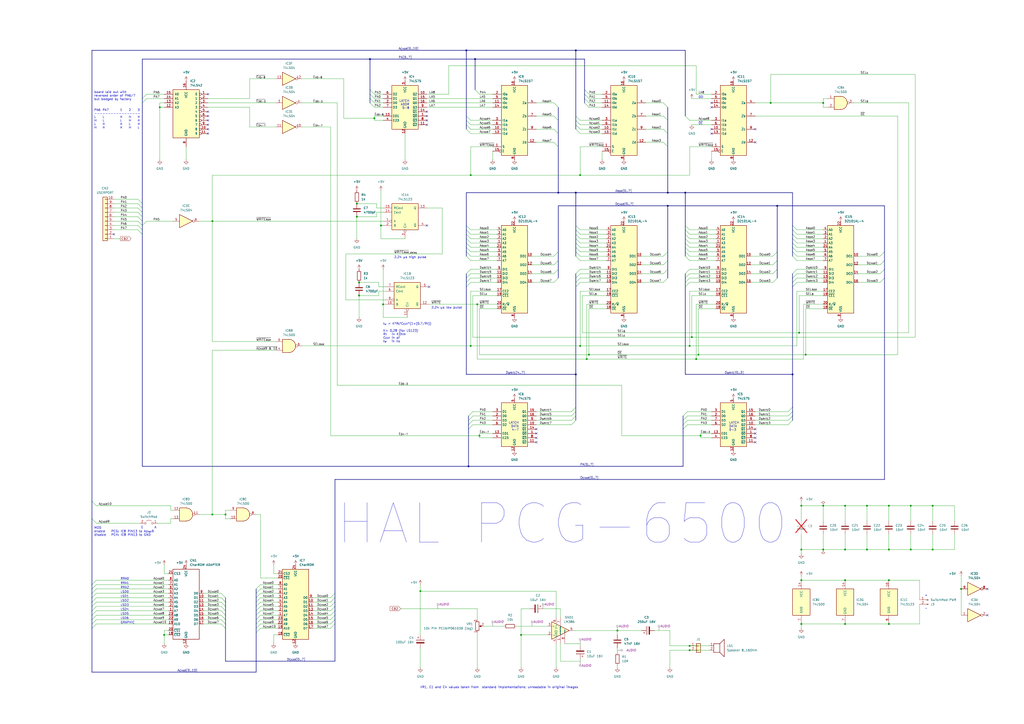
<source format=kicad_sch>
(kicad_sch (version 20231120) (generator "eeschema") (generator_version "8.0")
  (paper "A2")
  (title_block (title "HAL PCG6500") (date "2024-03-11") (rev "A") (comment 1 "reverse-engineered in 2024") (comment 2 "creativecommons.org/licenses/by-sa/4.0/") (comment 3 "License: CC BY-SA 4.0") (comment 4 "Author: InsaneDruid"))
  (junction (at 208.28 171.45))
  (junction (at 400.05 374.65))
  (junction (at 464.82 293.37))
  (junction (at 502.92 318.77))
  (junction (at 207.01 118.11))
  (junction (at 515.62 293.37))
  (junction (at 123.19 298.45))
  (junction (at 477.52 293.37))
  (junction (at 477.52 318.77))
  (junction (at 515.62 318.77))
  (junction (at 358.14 365.76))
  (junction (at 515.62 361.95))
  (junction (at 557.53 341.63))
  (junction (at 464.82 361.95))
  (junction (at 243.84 342.9))
  (junction (at 341.63 205.74))
  (junction (at 401.32 195.58))
  (junction (at 403.86 208.28))
  (junction (at 340.36 208.28))
  (junction (at 467.36 205.74))
  (junction (at 541.02 293.37))
  (junction (at 502.92 293.37))
  (junction (at 222.25 176.53))
  (junction (at 400.05 377.19))
  (junction (at 464.82 318.77))
  (junction (at 123.19 128.27))
  (junction (at 447.04 59.69))
  (junction (at 323.85 111.76))
  (junction (at 334.01 111.76))
  (junction (at 334.01 217.17))
  (junction (at 207.01 125.73))
  (junction (at 95.25 368.3))
  (junction (at 275.59 34.29))
  (junction (at 217.17 68.58))
  (junction (at 490.22 293.37))
  (junction (at 278.13 252.73))
  (junction (at 450.85 119.38))
  (junction (at 387.35 119.38))
  (junction (at 273.05 200.66))
  (junction (at 220.98 130.81))
  (junction (at 490.22 336.55))
  (junction (at 464.82 336.55))
  (junction (at 397.51 111.76))
  (junction (at 400.05 200.66))
  (junction (at 541.02 318.77))
  (junction (at 387.35 111.76))
  (junction (at 130.81 298.45))
  (junction (at 477.52 59.69))
  (junction (at 336.55 200.66))
  (junction (at 92.71 62.23))
  (junction (at 463.55 193.04))
  (junction (at 334.01 29.21))
  (junction (at 270.51 29.21))
  (junction (at 336.55 101.6))
  (junction (at 515.62 336.55))
  (junction (at 405.13 205.74))
  (junction (at 302.26 368.3))
  (junction (at 528.32 318.77))
  (junction (at 273.05 101.6))
  (junction (at 271.78 270.51))
  (junction (at 208.28 163.83))
  (junction (at 528.32 293.37))
  (junction (at 459.74 217.17))
  (junction (at 490.22 318.77))
  (junction (at 214.63 34.29))
  (junction (at 276.86 176.53))
  (junction (at 406.4 252.73))
  (junction (at 490.22 361.95))
  (no_connect (at 572.77 341.63))
  (no_connect (at 438.15 82.55))
  (no_connect (at 120.65 69.85))
  (no_connect (at 120.65 54.61))
  (no_connect (at 438.15 248.92))
  (no_connect (at 247.65 130.81))
  (no_connect (at 438.15 251.46))
  (no_connect (at 247.65 67.31))
  (no_connect (at 247.65 64.77))
  (no_connect (at 412.75 74.93))
  (no_connect (at 311.15 254))
  (no_connect (at 120.65 72.39))
  (no_connect (at 311.15 251.46))
  (no_connect (at 412.75 59.69))
  (no_connect (at 120.65 67.31))
  (no_connect (at 247.65 72.39))
  (no_connect (at 412.75 62.23))
  (no_connect (at 247.65 69.85))
  (no_connect (at 572.77 356.87))
  (no_connect (at 120.65 77.47))
  (no_connect (at 248.92 166.37))
  (no_connect (at 311.15 256.54))
  (no_connect (at 438.15 256.54))
  (no_connect (at 438.15 254))
  (no_connect (at 66.04 135.89))
  (no_connect (at 311.15 248.92))
  (no_connect (at 120.65 64.77))
  (no_connect (at 438.15 74.93))
  (no_connect (at 412.75 77.47))
  (no_connect (at 120.65 74.93))
  (bus_entry (at 148.59 356.87) (size 2.54 -2.54))
  (bus_entry (at 448.31 158.75) (size 2.54 -2.54))
  (bus_entry (at 459.74 148.59) (size 2.54 2.54))
  (bus_entry (at 53.34 361.95) (size 2.54 -2.54))
  (bus_entry (at 80.01 120.65) (size 2.54 2.54))
  (bus_entry (at 128.27 351.79) (size 2.54 2.54))
  (bus_entry (at 397.51 148.59) (size 2.54 2.54))
  (bus_entry (at 396.24 248.92) (size 2.54 -2.54))
  (bus_entry (at 53.34 346.71) (size 2.54 -2.54))
  (bus_entry (at 128.27 354.33) (size 2.54 2.54))
  (bus_entry (at 334.01 130.81) (size 2.54 2.54))
  (bus_entry (at 82.55 57.15) (size 2.54 -2.54))
  (bus_entry (at 128.27 344.17) (size 2.54 2.54))
  (bus_entry (at 334.01 72.39) (size 2.54 2.54))
  (bus_entry (at 334.01 135.89) (size 2.54 2.54))
  (bus_entry (at 275.59 52.07) (size 2.54 2.54))
  (bus_entry (at 459.74 161.29) (size 2.54 -2.54))
  (bus_entry (at 384.81 148.59) (size 2.54 -2.54))
  (bus_entry (at 397.51 143.51) (size 2.54 2.54))
  (bus_entry (at 459.74 243.84) (size -2.54 2.54))
  (bus_entry (at 334.01 158.75) (size 2.54 -2.54))
  (bus_entry (at 53.34 356.87) (size 2.54 -2.54))
  (bus_entry (at 334.01 133.35) (size 2.54 2.54))
  (bus_entry (at 384.81 158.75) (size 2.54 -2.54))
  (bus_entry (at 510.54 163.83) (size 2.54 -2.54))
  (bus_entry (at 334.01 67.31) (size 2.54 2.54))
  (bus_entry (at 334.01 140.97) (size 2.54 2.54))
  (bus_entry (at 80.01 123.19) (size 2.54 2.54))
  (bus_entry (at 459.74 158.75) (size 2.54 -2.54))
  (bus_entry (at 128.27 361.95) (size 2.54 2.54))
  (bus_entry (at 128.27 359.41) (size 2.54 2.54))
  (bus_entry (at 459.74 146.05) (size 2.54 2.54))
  (bus_entry (at 459.74 236.22) (size -2.54 2.54))
  (bus_entry (at 270.51 138.43) (size 2.54 2.54))
  (bus_entry (at 80.01 130.81) (size 2.54 2.54))
  (bus_entry (at 321.31 153.67) (size 2.54 -2.54))
  (bus_entry (at 271.78 241.3) (size 2.54 -2.54))
  (bus_entry (at 271.78 243.84) (size 2.54 -2.54))
  (bus_entry (at 191.77 359.41) (size 2.54 -2.54))
  (bus_entry (at 397.51 146.05) (size 2.54 2.54))
  (bus_entry (at 339.09 52.07) (size 2.54 2.54))
  (bus_entry (at 191.77 346.71) (size 2.54 -2.54))
  (bus_entry (at 397.51 166.37) (size 2.54 -2.54))
  (bus_entry (at 53.34 290.83) (size 2.54 2.54))
  (bus_entry (at 214.63 59.69) (size 2.54 2.54))
  (bus_entry (at 331.47 243.84) (size 2.54 -2.54))
  (bus_entry (at 448.31 148.59) (size 2.54 -2.54))
  (bus_entry (at 53.34 354.33) (size 2.54 -2.54))
  (bus_entry (at 397.51 163.83) (size 2.54 -2.54))
  (bus_entry (at 459.74 135.89) (size 2.54 2.54))
  (bus_entry (at 191.77 354.33) (size 2.54 -2.54))
  (bus_entry (at 384.81 67.31) (size 2.54 2.54))
  (bus_entry (at 397.51 161.29) (size 2.54 -2.54))
  (bus_entry (at 148.59 351.79) (size 2.54 -2.54))
  (bus_entry (at 148.59 361.95) (size 2.54 -2.54))
  (bus_entry (at 397.51 67.31) (size 2.54 2.54))
  (bus_entry (at 53.34 349.25) (size 2.54 -2.54))
  (bus_entry (at 271.78 246.38) (size 2.54 -2.54))
  (bus_entry (at 128.27 356.87) (size 2.54 2.54))
  (bus_entry (at 397.51 140.97) (size 2.54 2.54))
  (bus_entry (at 270.51 133.35) (size 2.54 2.54))
  (bus_entry (at 82.55 59.69) (size 2.54 -2.54))
  (bus_entry (at 334.01 143.51) (size 2.54 2.54))
  (bus_entry (at 334.01 166.37) (size 2.54 -2.54))
  (bus_entry (at 396.24 243.84) (size 2.54 -2.54))
  (bus_entry (at 510.54 158.75) (size 2.54 -2.54))
  (bus_entry (at 271.78 248.92) (size 2.54 -2.54))
  (bus_entry (at 148.59 367.03) (size 2.54 -2.54))
  (bus_entry (at 270.51 130.81) (size 2.54 2.54))
  (bus_entry (at 397.51 133.35) (size 2.54 2.54))
  (bus_entry (at 448.31 163.83) (size 2.54 -2.54))
  (bus_entry (at 148.59 359.41) (size 2.54 -2.54))
  (bus_entry (at 321.31 158.75) (size 2.54 -2.54))
  (bus_entry (at 459.74 143.51) (size 2.54 2.54))
  (bus_entry (at 80.01 115.57) (size 2.54 2.54))
  (bus_entry (at 510.54 148.59) (size 2.54 -2.54))
  (bus_entry (at 397.51 130.81) (size 2.54 2.54))
  (bus_entry (at 53.34 300.99) (size 2.54 2.54))
  (bus_entry (at 148.59 349.25) (size 2.54 -2.54))
  (bus_entry (at 53.34 359.41) (size 2.54 -2.54))
  (bus_entry (at 334.01 163.83) (size 2.54 -2.54))
  (bus_entry (at 331.47 238.76) (size 2.54 -2.54))
  (bus_entry (at 321.31 59.69) (size 2.54 2.54))
  (bus_entry (at 270.51 163.83) (size 2.54 -2.54))
  (bus_entry (at 339.09 59.69) (size 2.54 2.54))
  (bus_entry (at 53.34 344.17) (size 2.54 -2.54))
  (bus_entry (at 384.81 163.83) (size 2.54 -2.54))
  (bus_entry (at 80.01 125.73) (size 2.54 2.54))
  (bus_entry (at 334.01 146.05) (size 2.54 2.54))
  (bus_entry (at 191.77 364.49) (size 2.54 -2.54))
  (bus_entry (at 384.81 153.67) (size 2.54 -2.54))
  (bus_entry (at 339.09 57.15) (size 2.54 2.54))
  (bus_entry (at 270.51 135.89) (size 2.54 2.54))
  (bus_entry (at 270.51 143.51) (size 2.54 2.54))
  (bus_entry (at 384.81 59.69) (size 2.54 2.54))
  (bus_entry (at 384.81 74.93) (size 2.54 2.54))
  (bus_entry (at 270.51 166.37) (size 2.54 -2.54))
  (bus_entry (at 384.81 82.55) (size 2.54 2.54))
  (bus_entry (at 459.74 238.76) (size -2.54 2.54))
  (bus_entry (at 270.51 148.59) (size 2.54 2.54))
  (bus_entry (at 396.24 241.3) (size 2.54 -2.54))
  (bus_entry (at 80.01 118.11) (size 2.54 2.54))
  (bus_entry (at 459.74 138.43) (size 2.54 2.54))
  (bus_entry (at 148.59 354.33) (size 2.54 -2.54))
  (bus_entry (at 148.59 346.71) (size 2.54 -2.54))
  (bus_entry (at 53.34 339.09) (size 2.54 -2.54))
  (bus_entry (at 459.74 163.83) (size 2.54 -2.54))
  (bus_entry (at 448.31 153.67) (size 2.54 -2.54))
  (bus_entry (at 270.51 69.85) (size 2.54 2.54))
  (bus_entry (at 334.01 138.43) (size 2.54 2.54))
  (bus_entry (at 270.51 161.29) (size 2.54 -2.54))
  (bus_entry (at 128.27 346.71) (size 2.54 2.54))
  (bus_entry (at 334.01 148.59) (size 2.54 2.54))
  (bus_entry (at 459.74 130.81) (size 2.54 2.54))
  (bus_entry (at 331.47 241.3) (size 2.54 -2.54))
  (bus_entry (at 459.74 140.97) (size 2.54 2.54))
  (bus_entry (at 80.01 133.35) (size 2.54 2.54))
  (bus_entry (at 321.31 82.55) (size 2.54 2.54))
  (bus_entry (at 334.01 69.85) (size 2.54 2.54))
  (bus_entry (at 270.51 72.39) (size 2.54 2.54))
  (bus_entry (at 321.31 163.83) (size 2.54 -2.54))
  (bus_entry (at 148.59 364.49) (size 2.54 -2.54))
  (bus_entry (at 191.77 361.95) (size 2.54 -2.54))
  (bus_entry (at 397.51 135.89) (size 2.54 2.54))
  (bus_entry (at 53.34 364.49) (size 2.54 -2.54))
  (bus_entry (at 510.54 153.67) (size 2.54 -2.54))
  (bus_entry (at 191.77 351.79) (size 2.54 -2.54))
  (bus_entry (at 397.51 138.43) (size 2.54 2.54))
  (bus_entry (at 128.27 349.25) (size 2.54 2.54))
  (bus_entry (at 148.59 344.17) (size 2.54 -2.54))
  (bus_entry (at 214.63 52.07) (size 2.54 2.54))
  (bus_entry (at 214.63 57.15) (size 2.54 2.54))
  (bus_entry (at 459.74 133.35) (size 2.54 2.54))
  (bus_entry (at 82.55 130.81) (size 2.54 -2.54))
  (bus_entry (at 397.51 158.75) (size 2.54 -2.54))
  (bus_entry (at 80.01 128.27) (size 2.54 2.54))
  (bus_entry (at 334.01 161.29) (size 2.54 -2.54))
  (bus_entry (at 270.51 140.97) (size 2.54 2.54))
  (bus_entry (at 339.09 54.61) (size 2.54 2.54))
  (bus_entry (at 270.51 146.05) (size 2.54 2.54))
  (bus_entry (at 334.01 74.93) (size 2.54 2.54))
  (bus_entry (at 270.51 67.31) (size 2.54 2.54))
  (bus_entry (at 53.34 341.63) (size 2.54 -2.54))
  (bus_entry (at 214.63 54.61) (size 2.54 2.54))
  (bus_entry (at 331.47 246.38) (size 2.54 -2.54))
  (bus_entry (at 270.51 74.93) (size 2.54 2.54))
  (bus_entry (at 148.59 341.63) (size 2.54 -2.54))
  (bus_entry (at 191.77 349.25) (size 2.54 -2.54))
  (bus_entry (at 321.31 148.59) (size 2.54 -2.54))
  (bus_entry (at 459.74 241.3) (size -2.54 2.54))
  (bus_entry (at 53.34 351.79) (size 2.54 -2.54))
  (bus_entry (at 396.24 246.38) (size 2.54 -2.54))
  (bus_entry (at 321.31 67.31) (size 2.54 2.54))
  (bus_entry (at 321.31 74.93) (size 2.54 2.54))
  (bus_entry (at 270.51 158.75) (size 2.54 -2.54))
  (bus_entry (at 459.74 166.37) (size 2.54 -2.54))
  (bus_entry (at 191.77 356.87) (size 2.54 -2.54))
  (wire (pts (xy 274.32 195.58) (xy 401.32 195.58)))
  (wire (pts (xy 144.78 73.66) (xy 160.02 73.66)))
  (wire (pts (xy 401.32 72.39) (xy 412.75 72.39)))
  (wire (pts (xy 358.14 365.76) (xy 372.11 365.76)))
  (wire (pts (xy 467.36 179.07) (xy 477.52 179.07)))
  (bus (pts (xy 130.81 349.25) (xy 130.81 351.79)))
  (bus (pts (xy 459.74 133.35) (xy 459.74 135.89)))
  (wire (pts (xy 220.98 130.81) (xy 220.98 138.43)))
  (wire (pts (xy 243.84 342.9) (xy 243.84 368.3)))
  (wire (pts (xy 273.05 101.6) (xy 336.55 101.6)))
  (wire (pts (xy 302.26 353.06) (xy 307.34 353.06)))
  (wire (pts (xy 311.15 59.69) (xy 321.31 59.69)))
  (wire (pts (xy 341.63 54.61) (xy 349.25 54.61)))
  (bus (pts (xy 339.09 52.07) (xy 339.09 34.29)))
  (bus (pts (xy 459.74 158.75) (xy 459.74 161.29)))
  (bus (pts (xy 334.01 135.89) (xy 334.01 138.43)))
  (wire (pts (xy 123.19 203.2) (xy 123.19 298.45)))
  (wire (pts (xy 308.61 148.59) (xy 321.31 148.59)))
  (wire (pts (xy 200.66 147.32) (xy 256.54 147.32)))
  (wire (pts (xy 273.05 168.91) (xy 273.05 200.66)))
  (bus (pts (xy 270.51 111.76) (xy 323.85 111.76)))
  (bus (pts (xy 82.55 130.81) (xy 82.55 133.35)))
  (bus (pts (xy 148.59 344.17) (xy 148.59 346.71)))
  (wire (pts (xy 406.4 251.46) (xy 406.4 252.73)))
  (wire (pts (xy 349.25 87.63) (xy 349.25 92.71)))
  (bus (pts (xy 270.51 69.85) (xy 270.51 67.31)))
  (wire (pts (xy 273.05 69.85) (xy 285.75 69.85)))
  (wire (pts (xy 151.13 354.33) (xy 161.29 354.33)))
  (wire (pts (xy 311.15 67.31) (xy 321.31 67.31)))
  (wire (pts (xy 374.65 59.69) (xy 384.81 59.69)))
  (wire (pts (xy 219.71 166.37) (xy 219.71 163.83)))
  (bus (pts (xy 450.85 119.38) (xy 450.85 146.05)))
  (wire (pts (xy 462.28 151.13) (xy 477.52 151.13)))
  (bus (pts (xy 82.55 34.29) (xy 82.55 57.15)))
  (bus (pts (xy 270.51 161.29) (xy 270.51 163.83)))
  (bus (pts (xy 450.85 151.13) (xy 450.85 156.21)))
  (bus (pts (xy 148.59 356.87) (xy 148.59 359.41)))
  (wire (pts (xy 218.44 123.19) (xy 218.44 125.73)))
  (wire (pts (xy 462.28 148.59) (xy 477.52 148.59)))
  (wire (pts (xy 497.84 153.67) (xy 510.54 153.67)))
  (wire (pts (xy 415.29 179.07) (xy 405.13 179.07)))
  (bus (pts (xy 387.35 156.21) (xy 387.35 151.13)))
  (wire (pts (xy 66.04 118.11) (xy 80.01 118.11)))
  (wire (pts (xy 336.55 133.35) (xy 351.79 133.35)))
  (bus (pts (xy 513.08 119.38) (xy 513.08 146.05)))
  (wire (pts (xy 217.17 57.15) (xy 222.25 57.15)))
  (wire (pts (xy 462.28 135.89) (xy 477.52 135.89)))
  (wire (pts (xy 217.17 62.23) (xy 222.25 62.23)))
  (bus (pts (xy 334.01 236.22) (xy 334.01 238.76)))
  (bus (pts (xy 397.51 217.17) (xy 459.74 217.17)))
  (wire (pts (xy 218.44 118.11) (xy 218.44 120.65)))
  (wire (pts (xy 533.4 361.95) (xy 515.62 361.95)))
  (wire (pts (xy 490.22 361.95) (xy 464.82 361.95)))
  (wire (pts (xy 322.58 342.9) (xy 243.84 342.9)))
  (wire (pts (xy 200.66 173.99) (xy 223.52 173.99)))
  (bus (pts (xy 148.59 361.95) (xy 148.59 364.49)))
  (wire (pts (xy 311.15 82.55) (xy 321.31 82.55)))
  (bus (pts (xy 194.31 361.95) (xy 194.31 383.54)))
  (wire (pts (xy 273.05 143.51) (xy 288.29 143.51)))
  (wire (pts (xy 55.88 349.25) (xy 97.79 349.25)))
  (wire (pts (xy 85.09 128.27) (xy 100.33 128.27)))
  (wire (pts (xy 95.25 62.23) (xy 92.71 62.23)))
  (bus (pts (xy 82.55 135.89) (xy 82.55 270.51)))
  (wire (pts (xy 66.04 138.43) (xy 69.85 138.43)))
  (wire (pts (xy 247.65 59.69) (xy 285.75 59.69)))
  (wire (pts (xy 477.52 57.15) (xy 480.06 57.15)))
  (wire (pts (xy 467.36 205.74) (xy 520.7 205.74)))
  (wire (pts (xy 223.52 176.53) (xy 222.25 176.53)))
  (wire (pts (xy 207.01 138.43) (xy 207.01 125.73)))
  (wire (pts (xy 55.88 339.09) (xy 97.79 339.09)))
  (bus (pts (xy 397.51 138.43) (xy 397.51 140.97)))
  (wire (pts (xy 405.13 205.74) (xy 467.36 205.74)))
  (wire (pts (xy 278.13 205.74) (xy 341.63 205.74)))
  (wire (pts (xy 336.55 146.05) (xy 351.79 146.05)))
  (wire (pts (xy 278.13 179.07) (xy 278.13 205.74)))
  (wire (pts (xy 400.05 138.43) (xy 415.29 138.43)))
  (wire (pts (xy 273.05 151.13) (xy 288.29 151.13)))
  (wire (pts (xy 123.19 101.6) (xy 273.05 101.6)))
  (wire (pts (xy 181.61 354.33) (xy 191.77 354.33)))
  (wire (pts (xy 274.32 246.38) (xy 285.75 246.38)))
  (bus (pts (xy 270.51 133.35) (xy 270.51 135.89)))
  (wire (pts (xy 462.28 200.66) (xy 462.28 168.91)))
  (wire (pts (xy 406.4 254) (xy 412.75 254)))
  (wire (pts (xy 337.82 193.04) (xy 337.82 171.45)))
  (wire (pts (xy 175.26 200.66) (xy 273.05 200.66)))
  (bus (pts (xy 53.34 346.71) (xy 53.34 349.25)))
  (bus (pts (xy 53.34 356.87) (xy 53.34 359.41)))
  (wire (pts (xy 438.15 67.31) (xy 520.7 67.31)))
  (wire (pts (xy 151.13 356.87) (xy 161.29 356.87)))
  (wire (pts (xy 181.61 361.95) (xy 191.77 361.95)))
  (wire (pts (xy 337.82 171.45) (xy 351.79 171.45)))
  (wire (pts (xy 515.62 293.37) (xy 515.62 302.26)))
  (wire (pts (xy 327.66 373.38) (xy 336.55 373.38)))
  (wire (pts (xy 66.04 133.35) (xy 80.01 133.35)))
  (wire (pts (xy 123.19 101.6) (xy 123.19 128.27)))
  (wire (pts (xy 502.92 293.37) (xy 502.92 302.26)))
  (wire (pts (xy 336.55 74.93) (xy 349.25 74.93)))
  (wire (pts (xy 274.32 171.45) (xy 288.29 171.45)))
  (wire (pts (xy 311.15 243.84) (xy 331.47 243.84)))
  (wire (pts (xy 208.28 184.15) (xy 208.28 171.45)))
  (wire (pts (xy 273.05 138.43) (xy 288.29 138.43)))
  (bus (pts (xy 194.31 359.41) (xy 194.31 356.87)))
  (wire (pts (xy 260.35 54.61) (xy 260.35 38.1)))
  (wire (pts (xy 99.06 295.91) (xy 100.33 295.91)))
  (wire (pts (xy 232.41 353.06) (xy 276.86 353.06)))
  (wire (pts (xy 462.28 156.21) (xy 477.52 156.21)))
  (wire (pts (xy 273.05 156.21) (xy 288.29 156.21)))
  (wire (pts (xy 495.3 59.69) (xy 527.05 59.69)))
  (bus (pts (xy 148.59 349.25) (xy 148.59 351.79)))
  (wire (pts (xy 191.77 252.73) (xy 278.13 252.73)))
  (wire (pts (xy 66.04 123.19) (xy 80.01 123.19)))
  (wire (pts (xy 151.13 298.45) (xy 151.13 335.28)))
  (bus (pts (xy 194.31 356.87) (xy 194.31 354.33)))
  (wire (pts (xy 477.52 59.69) (xy 477.52 57.15)))
  (bus (pts (xy 334.01 140.97) (xy 334.01 143.51)))
  (wire (pts (xy 273.05 133.35) (xy 288.29 133.35)))
  (wire (pts (xy 247.65 120.65) (xy 256.54 120.65)))
  (wire (pts (xy 530.86 43.18) (xy 530.86 195.58)))
  (wire (pts (xy 222.25 184.15) (xy 222.25 176.53)))
  (wire (pts (xy 438.15 243.84) (xy 457.2 243.84)))
  (bus (pts (xy 270.51 111.76) (xy 270.51 130.81)))
  (wire (pts (xy 533.4 336.55) (xy 533.4 347.98)))
  (wire (pts (xy 151.13 359.41) (xy 161.29 359.41)))
  (wire (pts (xy 400.05 69.85) (xy 412.75 69.85)))
  (wire (pts (xy 340.36 208.28) (xy 403.86 208.28)))
  (wire (pts (xy 123.19 203.2) (xy 160.02 203.2)))
  (bus (pts (xy 82.55 59.69) (xy 82.55 118.11)))
  (bus (pts (xy 270.51 130.81) (xy 270.51 133.35)))
  (wire (pts (xy 340.36 176.53) (xy 351.79 176.53)))
  (wire (pts (xy 403.86 54.61) (xy 403.86 38.1)))
  (bus (pts (xy 397.51 29.21) (xy 397.51 67.31)))
  (wire (pts (xy 219.71 168.91) (xy 223.52 168.91)))
  (wire (pts (xy 400.05 168.91) (xy 400.05 200.66)))
  (wire (pts (xy 191.77 252.73) (xy 191.77 73.66)))
  (wire (pts (xy 400.05 135.89) (xy 415.29 135.89)))
  (wire (pts (xy 219.71 171.45) (xy 219.71 168.91)))
  (wire (pts (xy 120.65 57.15) (xy 144.78 57.15)))
  (wire (pts (xy 151.13 339.09) (xy 161.29 339.09)))
  (wire (pts (xy 55.88 293.37) (xy 99.06 293.37)))
  (bus (pts (xy 130.81 346.71) (xy 130.81 349.25)))
  (wire (pts (xy 336.55 168.91) (xy 336.55 200.66)))
  (wire (pts (xy 218.44 125.73) (xy 207.01 125.73)))
  (bus (pts (xy 270.51 29.21) (xy 270.51 67.31)))
  (wire (pts (xy 497.84 158.75) (xy 510.54 158.75)))
  (wire (pts (xy 400.05 85.09) (xy 412.75 85.09)))
  (bus (pts (xy 270.51 135.89) (xy 270.51 138.43)))
  (bus (pts (xy 334.01 241.3) (xy 334.01 243.84)))
  (wire (pts (xy 379.73 365.76) (xy 388.62 365.76)))
  (bus (pts (xy 130.81 354.33) (xy 130.81 356.87)))
  (wire (pts (xy 477.52 309.88) (xy 477.52 318.77)))
  (wire (pts (xy 273.05 168.91) (xy 288.29 168.91)))
  (wire (pts (xy 217.17 67.31) (xy 217.17 68.58)))
  (bus (pts (xy 387.35 146.05) (xy 387.35 119.38)))
  (bus (pts (xy 82.55 118.11) (xy 82.55 120.65)))
  (wire (pts (xy 276.86 359.41) (xy 276.86 353.06)))
  (bus (pts (xy 334.01 238.76) (xy 334.01 241.3)))
  (wire (pts (xy 66.04 130.81) (xy 80.01 130.81)))
  (wire (pts (xy 527.05 59.69) (xy 527.05 193.04)))
  (wire (pts (xy 217.17 54.61) (xy 222.25 54.61)))
  (bus (pts (xy 53.34 341.63) (xy 53.34 344.17)))
  (wire (pts (xy 95.25 365.76) (xy 97.79 365.76)))
  (wire (pts (xy 541.02 309.88) (xy 541.02 318.77)))
  (wire (pts (xy 401.32 57.15) (xy 412.75 57.15)))
  (wire (pts (xy 175.26 59.69) (xy 195.58 59.69)))
  (wire (pts (xy 278.13 251.46) (xy 278.13 252.73)))
  (wire (pts (xy 274.32 241.3) (xy 285.75 241.3)))
  (wire (pts (xy 151.13 335.28) (xy 161.29 335.28)))
  (wire (pts (xy 247.65 57.15) (xy 285.75 57.15)))
  (wire (pts (xy 336.55 72.39) (xy 349.25 72.39)))
  (wire (pts (xy 360.68 252.73) (xy 360.68 223.52)))
  (bus (pts (xy 82.55 270.51) (xy 271.78 270.51)))
  (wire (pts (xy 477.52 318.77) (xy 464.82 318.77)))
  (bus (pts (xy 334.01 69.85) (xy 334.01 67.31)))
  (wire (pts (xy 462.28 163.83) (xy 477.52 163.83)))
  (wire (pts (xy 151.13 351.79) (xy 161.29 351.79)))
  (wire (pts (xy 55.88 351.79) (xy 97.79 351.79)))
  (bus (pts (xy 339.09 57.15) (xy 339.09 59.69)))
  (wire (pts (xy 55.88 303.53) (xy 81.28 303.53)))
  (wire (pts (xy 222.25 67.31) (xy 217.17 67.31)))
  (wire (pts (xy 515.62 309.88) (xy 515.62 318.77)))
  (bus (pts (xy 459.74 238.76) (xy 459.74 241.3)))
  (wire (pts (xy 372.11 158.75) (xy 384.81 158.75)))
  (wire (pts (xy 502.92 318.77) (xy 490.22 318.77)))
  (wire (pts (xy 118.11 349.25) (xy 128.27 349.25)))
  (bus (pts (xy 334.01 163.83) (xy 334.01 166.37)))
  (wire (pts (xy 273.05 146.05) (xy 288.29 146.05)))
  (bus (pts (xy 387.35 69.85) (xy 387.35 77.47)))
  (bus (pts (xy 82.55 59.69) (xy 82.55 57.15)))
  (bus (pts (xy 334.01 130.81) (xy 334.01 133.35)))
  (bus (pts (xy 339.09 34.29) (xy 275.59 34.29)))
  (bus (pts (xy 397.51 140.97) (xy 397.51 143.51)))
  (wire (pts (xy 95.25 327.66) (xy 95.25 332.74)))
  (bus (pts (xy 82.55 125.73) (xy 82.55 123.19)))
  (wire (pts (xy 412.75 87.63) (xy 412.75 92.71)))
  (bus (pts (xy 130.81 359.41) (xy 130.81 361.95)))
  (wire (pts (xy 276.86 176.53) (xy 288.29 176.53)))
  (bus (pts (xy 450.85 119.38) (xy 513.08 119.38)))
  (wire (pts (xy 341.63 62.23) (xy 349.25 62.23)))
  (bus (pts (xy 53.34 29.21) (xy 53.34 290.83)))
  (wire (pts (xy 260.35 38.1) (xy 403.86 38.1)))
  (wire (pts (xy 464.82 334.01) (xy 464.82 336.55)))
  (wire (pts (xy 55.88 341.63) (xy 97.79 341.63)))
  (wire (pts (xy 195.58 59.69) (xy 195.58 223.52)))
  (bus (pts (xy 270.51 166.37) (xy 270.51 217.17)))
  (wire (pts (xy 435.61 163.83) (xy 448.31 163.83)))
  (wire (pts (xy 273.05 140.97) (xy 288.29 140.97)))
  (wire (pts (xy 151.13 341.63) (xy 161.29 341.63)))
  (wire (pts (xy 403.86 176.53) (xy 415.29 176.53)))
  (wire (pts (xy 302.26 368.3) (xy 302.26 387.35)))
  (bus (pts (xy 339.09 54.61) (xy 339.09 52.07)))
  (wire (pts (xy 207.01 118.11) (xy 218.44 118.11)))
  (bus (pts (xy 270.51 138.43) (xy 270.51 140.97)))
  (wire (pts (xy 219.71 166.37) (xy 223.52 166.37)))
  (bus (pts (xy 450.85 146.05) (xy 450.85 151.13)))
  (wire (pts (xy 130.81 298.45) (xy 130.81 300.99)))
  (bus (pts (xy 270.51 146.05) (xy 270.51 148.59)))
  (wire (pts (xy 466.09 176.53) (xy 477.52 176.53)))
  (wire (pts (xy 234.95 92.71) (xy 234.95 77.47)))
  (wire (pts (xy 123.19 128.27) (xy 222.25 128.27)))
  (wire (pts (xy 274.32 243.84) (xy 285.75 243.84)))
  (wire (pts (xy 160.02 198.12) (xy 123.19 198.12)))
  (wire (pts (xy 95.25 365.76) (xy 95.25 368.3)))
  (wire (pts (xy 502.92 309.88) (xy 502.92 318.77)))
  (wire (pts (xy 91.44 303.53) (xy 99.06 303.53)))
  (wire (pts (xy 273.05 161.29) (xy 288.29 161.29)))
  (wire (pts (xy 92.71 59.69) (xy 92.71 62.23)))
  (bus (pts (xy 271.78 270.51) (xy 396.24 270.51)))
  (wire (pts (xy 219.71 163.83) (xy 208.28 163.83)))
  (wire (pts (xy 55.88 361.95) (xy 97.79 361.95)))
  (wire (pts (xy 273.05 74.93) (xy 285.75 74.93)))
  (wire (pts (xy 181.61 351.79) (xy 191.77 351.79)))
  (wire (pts (xy 325.12 358.14) (xy 325.12 353.06)))
  (wire (pts (xy 464.82 318.77) (xy 464.82 321.31)))
  (wire (pts (xy 557.53 334.01) (xy 557.53 341.63)))
  (bus (pts (xy 323.85 119.38) (xy 387.35 119.38)))
  (wire (pts (xy 403.86 54.61) (xy 412.75 54.61)))
  (bus (pts (xy 194.31 278.13) (xy 513.08 278.13)))
  (wire (pts (xy 490.22 293.37) (xy 477.52 293.37)))
  (wire (pts (xy 341.63 179.07) (xy 351.79 179.07)))
  (wire (pts (xy 462.28 133.35) (xy 477.52 133.35)))
  (wire (pts (xy 217.17 68.58) (xy 217.17 69.85)))
  (bus (pts (xy 459.74 241.3) (xy 459.74 243.84)))
  (wire (pts (xy 276.86 208.28) (xy 340.36 208.28)))
  (wire (pts (xy 314.96 353.06) (xy 325.12 353.06)))
  (wire (pts (xy 336.55 69.85) (xy 349.25 69.85)))
  (wire (pts (xy 336.55 101.6) (xy 336.55 85.09)))
  (bus (pts (xy 397.51 163.83) (xy 397.51 166.37)))
  (wire (pts (xy 336.55 161.29) (xy 351.79 161.29)))
  (wire (pts (xy 311.15 241.3) (xy 331.47 241.3)))
  (wire (pts (xy 400.05 158.75) (xy 415.29 158.75)))
  (wire (pts (xy 462.28 143.51) (xy 477.52 143.51)))
  (bus (pts (xy 194.31 359.41) (xy 194.31 361.95)))
  (wire (pts (xy 336.55 135.89) (xy 351.79 135.89)))
  (wire (pts (xy 477.52 293.37) (xy 464.82 293.37)))
  (wire (pts (xy 66.04 125.73) (xy 80.01 125.73)))
  (bus (pts (xy 82.55 125.73) (xy 82.55 128.27)))
  (bus (pts (xy 82.55 128.27) (xy 82.55 130.81)))
  (wire (pts (xy 400.05 156.21) (xy 415.29 156.21)))
  (bus (pts (xy 53.34 364.49) (xy 53.34 389.89)))
  (wire (pts (xy 115.57 298.45) (xy 123.19 298.45)))
  (wire (pts (xy 462.28 138.43) (xy 477.52 138.43)))
  (wire (pts (xy 557.53 341.63) (xy 557.53 356.87)))
  (bus (pts (xy 459.74 166.37) (xy 459.74 217.17)))
  (wire (pts (xy 336.55 148.59) (xy 351.79 148.59)))
  (wire (pts (xy 273.05 77.47) (xy 285.75 77.47)))
  (wire (pts (xy 200.66 147.32) (xy 200.66 173.99)))
  (bus (pts (xy 334.01 29.21) (xy 334.01 67.31)))
  (wire (pts (xy 218.44 123.19) (xy 222.25 123.19)))
  (wire (pts (xy 528.32 309.88) (xy 528.32 318.77)))
  (bus (pts (xy 396.24 248.92) (xy 396.24 270.51)))
  (wire (pts (xy 302.26 353.06) (xy 302.26 368.3)))
  (wire (pts (xy 400.05 168.91) (xy 415.29 168.91)))
  (wire (pts (xy 144.78 45.72) (xy 144.78 57.15)))
  (wire (pts (xy 372.11 153.67) (xy 384.81 153.67)))
  (wire (pts (xy 55.88 354.33) (xy 97.79 354.33)))
  (wire (pts (xy 336.55 156.21) (xy 351.79 156.21)))
  (wire (pts (xy 217.17 69.85) (xy 222.25 69.85)))
  (bus (pts (xy 513.08 161.29) (xy 513.08 278.13)))
  (bus (pts (xy 53.34 339.09) (xy 53.34 341.63)))
  (wire (pts (xy 118.11 351.79) (xy 128.27 351.79)))
  (wire (pts (xy 158.75 368.3) (xy 161.29 368.3)))
  (bus (pts (xy 53.34 290.83) (xy 53.34 300.99)))
  (wire (pts (xy 403.86 176.53) (xy 403.86 208.28)))
  (bus (pts (xy 387.35 62.23) (xy 387.35 69.85)))
  (bus (pts (xy 397.51 166.37) (xy 397.51 217.17)))
  (bus (pts (xy 53.34 361.95) (xy 53.34 364.49)))
  (wire (pts (xy 234.95 138.43) (xy 220.98 138.43)))
  (wire (pts (xy 477.52 293.37) (xy 477.52 302.26)))
  (wire (pts (xy 336.55 383.54) (xy 336.55 382.27)))
  (wire (pts (xy 99.06 300.99) (xy 100.33 300.99)))
  (wire (pts (xy 243.84 375.92) (xy 243.84 387.35)))
  (wire (pts (xy 502.92 293.37) (xy 515.62 293.37)))
  (bus (pts (xy 334.01 158.75) (xy 334.01 161.29)))
  (wire (pts (xy 55.88 356.87) (xy 97.79 356.87)))
  (wire (pts (xy 400.05 161.29) (xy 415.29 161.29)))
  (bus (pts (xy 270.51 74.93) (xy 270.51 72.39)))
  (wire (pts (xy 118.11 359.41) (xy 128.27 359.41)))
  (wire (pts (xy 497.84 148.59) (xy 510.54 148.59)))
  (wire (pts (xy 273.05 135.89) (xy 288.29 135.89)))
  (bus (pts (xy 130.81 383.54) (xy 194.31 383.54)))
  (wire (pts (xy 256.54 120.65) (xy 256.54 147.32)))
  (bus (pts (xy 397.51 161.29) (xy 397.51 163.83)))
  (wire (pts (xy 151.13 346.71) (xy 161.29 346.71)))
  (bus (pts (xy 323.85 62.23) (xy 323.85 69.85)))
  (wire (pts (xy 520.7 67.31) (xy 520.7 205.74)))
  (bus (pts (xy 459.74 111.76) (xy 459.74 130.81)))
  (wire (pts (xy 325.12 383.54) (xy 336.55 383.54)))
  (wire (pts (xy 325.12 373.38) (xy 325.12 383.54)))
  (wire (pts (xy 175.26 45.72) (xy 199.39 45.72)))
  (wire (pts (xy 336.55 200.66) (xy 400.05 200.66)))
  (wire (pts (xy 553.72 309.88) (xy 553.72 318.77)))
  (bus (pts (xy 334.01 29.21) (xy 397.51 29.21)))
  (wire (pts (xy 464.82 361.95) (xy 464.82 364.49)))
  (wire (pts (xy 311.15 238.76) (xy 331.47 238.76)))
  (wire (pts (xy 181.61 359.41) (xy 191.77 359.41)))
  (bus (pts (xy 148.59 354.33) (xy 148.59 356.87)))
  (wire (pts (xy 400.05 133.35) (xy 415.29 133.35)))
  (wire (pts (xy 515.62 336.55) (xy 533.4 336.55)))
  (bus (pts (xy 130.81 364.49) (xy 130.81 383.54)))
  (bus (pts (xy 334.01 74.93) (xy 334.01 72.39)))
  (wire (pts (xy 438.15 246.38) (xy 457.2 246.38)))
  (wire (pts (xy 438.15 238.76) (xy 457.2 238.76)))
  (wire (pts (xy 398.78 243.84) (xy 412.75 243.84)))
  (wire (pts (xy 115.57 128.27) (xy 123.19 128.27)))
  (wire (pts (xy 438.15 241.3) (xy 457.2 241.3)))
  (bus (pts (xy 270.51 72.39) (xy 270.51 69.85)))
  (wire (pts (xy 400.05 163.83) (xy 415.29 163.83)))
  (bus (pts (xy 397.51 130.81) (xy 397.51 133.35)))
  (wire (pts (xy 311.15 74.93) (xy 321.31 74.93)))
  (wire (pts (xy 490.22 309.88) (xy 490.22 318.77)))
  (wire (pts (xy 199.39 68.58) (xy 217.17 68.58)))
  (wire (pts (xy 95.25 368.3) (xy 95.25 373.38)))
  (bus (pts (xy 396.24 243.84) (xy 396.24 246.38)))
  (bus (pts (xy 459.74 217.17) (xy 459.74 236.22)))
  (wire (pts (xy 85.09 54.61) (xy 95.25 54.61)))
  (wire (pts (xy 515.62 293.37) (xy 528.32 293.37)))
  (wire (pts (xy 541.02 318.77) (xy 528.32 318.77)))
  (wire (pts (xy 515.62 336.55) (xy 490.22 336.55)))
  (bus (pts (xy 130.81 351.79) (xy 130.81 354.33)))
  (bus (pts (xy 148.59 341.63) (xy 148.59 344.17)))
  (wire (pts (xy 435.61 148.59) (xy 448.31 148.59)))
  (bus (pts (xy 397.51 135.89) (xy 397.51 138.43)))
  (wire (pts (xy 276.86 176.53) (xy 276.86 208.28)))
  (wire (pts (xy 260.35 54.61) (xy 247.65 54.61)))
  (wire (pts (xy 278.13 179.07) (xy 288.29 179.07)))
  (wire (pts (xy 158.75 368.3) (xy 158.75 373.38)))
  (wire (pts (xy 273.05 72.39) (xy 285.75 72.39)))
  (bus (pts (xy 53.34 300.99) (xy 53.34 339.09)))
  (bus (pts (xy 513.08 156.21) (xy 513.08 161.29)))
  (wire (pts (xy 388.62 374.65) (xy 388.62 365.76)))
  (wire (pts (xy 274.32 195.58) (xy 274.32 171.45)))
  (wire (pts (xy 248.92 176.53) (xy 276.86 176.53)))
  (wire (pts (xy 341.63 59.69) (xy 349.25 59.69)))
  (bus (pts (xy 194.31 351.79) (xy 194.31 349.25)))
  (wire (pts (xy 332.74 365.76) (xy 358.14 365.76)))
  (bus (pts (xy 270.51 140.97) (xy 270.51 143.51)))
  (wire (pts (xy 463.55 171.45) (xy 477.52 171.45)))
  (wire (pts (xy 95.25 59.69) (xy 92.71 59.69)))
  (bus (pts (xy 459.74 143.51) (xy 459.74 146.05)))
  (bus (pts (xy 323.85 161.29) (xy 323.85 156.21)))
  (wire (pts (xy 247.65 62.23) (xy 285.75 62.23)))
  (wire (pts (xy 372.11 148.59) (xy 384.81 148.59)))
  (wire (pts (xy 388.62 374.65) (xy 400.05 374.65)))
  (wire (pts (xy 477.52 62.23) (xy 477.52 59.69)))
  (wire (pts (xy 462.28 161.29) (xy 477.52 161.29)))
  (bus (pts (xy 271.78 246.38) (xy 271.78 248.92)))
  (wire (pts (xy 447.04 59.69) (xy 477.52 59.69)))
  (bus (pts (xy 130.81 356.87) (xy 130.81 359.41)))
  (wire (pts (xy 374.65 74.93) (xy 384.81 74.93)))
  (wire (pts (xy 372.11 163.83) (xy 384.81 163.83)))
  (wire (pts (xy 406.4 251.46) (xy 412.75 251.46)))
  (bus (pts (xy 397.51 111.76) (xy 397.51 130.81)))
  (bus (pts (xy 387.35 111.76) (xy 397.51 111.76)))
  (bus (pts (xy 334.01 161.29) (xy 334.01 163.83)))
  (wire (pts (xy 447.04 43.18) (xy 530.86 43.18)))
  (wire (pts (xy 199.39 45.72) (xy 199.39 68.58)))
  (wire (pts (xy 358.14 378.46) (xy 358.14 375.92)))
  (bus (pts (xy 194.31 278.13) (xy 194.31 344.17)))
  (bus (pts (xy 387.35 77.47) (xy 387.35 85.09)))
  (bus (pts (xy 397.51 158.75) (xy 397.51 161.29)))
  (bus (pts (xy 53.34 359.41) (xy 53.34 361.95)))
  (wire (pts (xy 274.32 238.76) (xy 285.75 238.76)))
  (wire (pts (xy 490.22 293.37) (xy 490.22 302.26)))
  (bus (pts (xy 82.55 123.19) (xy 82.55 120.65)))
  (wire (pts (xy 118.11 354.33) (xy 128.27 354.33)))
  (wire (pts (xy 480.06 62.23) (xy 477.52 62.23)))
  (wire (pts (xy 118.11 361.95) (xy 128.27 361.95)))
  (wire (pts (xy 118.11 344.17) (xy 128.27 344.17)))
  (wire (pts (xy 336.55 151.13) (xy 351.79 151.13)))
  (bus (pts (xy 459.74 138.43) (xy 459.74 140.97)))
  (wire (pts (xy 336.55 374.65) (xy 336.55 373.38)))
  (bus (pts (xy 194.31 354.33) (xy 194.31 351.79)))
  (wire (pts (xy 401.32 171.45) (xy 401.32 195.58)))
  (wire (pts (xy 464.82 290.83) (xy 464.82 293.37)))
  (wire (pts (xy 308.61 163.83) (xy 321.31 163.83)))
  (wire (pts (xy 336.55 140.97) (xy 351.79 140.97)))
  (bus (pts (xy 334.01 111.76) (xy 387.35 111.76)))
  (bus (pts (xy 323.85 77.47) (xy 323.85 85.09)))
  (wire (pts (xy 336.55 77.47) (xy 349.25 77.47)))
  (wire (pts (xy 336.55 138.43) (xy 351.79 138.43)))
  (wire (pts (xy 466.09 176.53) (xy 466.09 208.28)))
  (wire (pts (xy 133.35 300.99) (xy 130.81 300.99)))
  (bus (pts (xy 397.51 146.05) (xy 397.51 148.59)))
  (wire (pts (xy 438.15 59.69) (xy 447.04 59.69)))
  (bus (pts (xy 459.74 161.29) (xy 459.74 163.83)))
  (wire (pts (xy 243.84 339.09) (xy 243.84 342.9)))
  (wire (pts (xy 130.81 295.91) (xy 133.35 295.91)))
  (wire (pts (xy 278.13 252.73) (xy 278.13 254)))
  (bus (pts (xy 82.55 133.35) (xy 82.55 135.89)))
  (wire (pts (xy 151.13 349.25) (xy 161.29 349.25)))
  (wire (pts (xy 278.13 254) (xy 285.75 254)))
  (bus (pts (xy 323.85 85.09) (xy 323.85 111.76)))
  (wire (pts (xy 490.22 336.55) (xy 464.82 336.55)))
  (bus (pts (xy 53.34 351.79) (xy 53.34 354.33)))
  (wire (pts (xy 541.02 293.37) (xy 553.72 293.37)))
  (bus (pts (xy 148.59 359.41) (xy 148.59 361.95)))
  (wire (pts (xy 273.05 163.83) (xy 288.29 163.83)))
  (wire (pts (xy 401.32 195.58) (xy 530.86 195.58)))
  (wire (pts (xy 553.72 318.77) (xy 541.02 318.77)))
  (wire (pts (xy 278.13 54.61) (xy 285.75 54.61)))
  (bus (pts (xy 387.35 161.29) (xy 387.35 156.21)))
  (wire (pts (xy 340.36 176.53) (xy 340.36 208.28)))
  (wire (pts (xy 118.11 346.71) (xy 128.27 346.71)))
  (bus (pts (xy 323.85 111.76) (xy 334.01 111.76)))
  (wire (pts (xy 66.04 115.57) (xy 80.01 115.57)))
  (wire (pts (xy 336.55 85.09) (xy 349.25 85.09)))
  (bus (pts (xy 459.74 163.83) (xy 459.74 166.37)))
  (wire (pts (xy 400.05 151.13) (xy 415.29 151.13)))
  (wire (pts (xy 273.05 101.6) (xy 273.05 85.09)))
  (wire (pts (xy 144.78 45.72) (xy 160.02 45.72)))
  (bus (pts (xy 270.51 158.75) (xy 270.51 161.29)))
  (wire (pts (xy 400.05 374.65) (xy 411.48 374.65)))
  (wire (pts (xy 99.06 303.53) (xy 99.06 300.99)))
  (bus (pts (xy 323.85 146.05) (xy 323.85 119.38)))
  (wire (pts (xy 299.72 363.22) (xy 317.5 363.22)))
  (bus (pts (xy 214.63 54.61) (xy 214.63 57.15)))
  (bus (pts (xy 459.74 135.89) (xy 459.74 138.43)))
  (bus (pts (xy 459.74 130.81) (xy 459.74 133.35)))
  (wire (pts (xy 336.55 168.91) (xy 351.79 168.91)))
  (wire (pts (xy 398.78 238.76) (xy 412.75 238.76)))
  (wire (pts (xy 541.02 293.37) (xy 541.02 302.26)))
  (wire (pts (xy 406.4 252.73) (xy 406.4 254)))
  (wire (pts (xy 553.72 293.37) (xy 553.72 302.26)))
  (wire (pts (xy 336.55 143.51) (xy 351.79 143.51)))
  (wire (pts (xy 337.82 193.04) (xy 463.55 193.04)))
  (wire (pts (xy 435.61 158.75) (xy 448.31 158.75)))
  (wire (pts (xy 341.63 205.74) (xy 405.13 205.74)))
  (wire (pts (xy 222.25 156.21) (xy 222.25 176.53)))
  (wire (pts (xy 322.58 358.14) (xy 322.58 342.9)))
  (bus (pts (xy 130.81 361.95) (xy 130.81 364.49)))
  (bus (pts (xy 271.78 243.84) (xy 271.78 246.38)))
  (wire (pts (xy 66.04 120.65) (xy 80.01 120.65)))
  (bus (pts (xy 214.63 34.29) (xy 214.63 52.07)))
  (wire (pts (xy 411.48 377.19) (xy 400.05 377.19)))
  (bus (pts (xy 53.34 29.21) (xy 270.51 29.21)))
  (wire (pts (xy 181.61 364.49) (xy 191.77 364.49)))
  (wire (pts (xy 148.59 298.45) (xy 151.13 298.45)))
  (wire (pts (xy 490.22 318.77) (xy 477.52 318.77)))
  (wire (pts (xy 55.88 346.71) (xy 97.79 346.71)))
  (wire (pts (xy 515.62 318.77) (xy 502.92 318.77)))
  (wire (pts (xy 336.55 101.6) (xy 400.05 101.6)))
  (wire (pts (xy 151.13 361.95) (xy 161.29 361.95)))
  (wire (pts (xy 130.81 295.91) (xy 130.81 298.45)))
  (wire (pts (xy 336.55 163.83) (xy 351.79 163.83)))
  (bus (pts (xy 513.08 146.05) (xy 513.08 151.13)))
  (wire (pts (xy 181.61 356.87) (xy 191.77 356.87)))
  (bus (pts (xy 334.01 72.39) (xy 334.01 69.85)))
  (bus (pts (xy 387.35 119.38) (xy 450.85 119.38)))
  (wire (pts (xy 123.19 128.27) (xy 123.19 198.12)))
  (wire (pts (xy 401.32 171.45) (xy 415.29 171.45)))
  (wire (pts (xy 181.61 346.71) (xy 191.77 346.71)))
  (wire (pts (xy 317.5 368.3) (xy 302.26 368.3)))
  (bus (pts (xy 53.34 354.33) (xy 53.34 356.87)))
  (wire (pts (xy 311.15 246.38) (xy 331.47 246.38)))
  (bus (pts (xy 323.85 151.13) (xy 323.85 146.05)))
  (wire (pts (xy 278.13 251.46) (xy 285.75 251.46)))
  (bus (pts (xy 396.24 241.3) (xy 396.24 243.84)))
  (wire (pts (xy 285.75 92.71) (xy 285.75 87.63)))
  (wire (pts (xy 462.28 158.75) (xy 477.52 158.75)))
  (wire (pts (xy 107.95 92.71) (xy 107.95 85.09)))
  (bus (pts (xy 53.34 389.89) (xy 148.59 389.89)))
  (wire (pts (xy 341.63 57.15) (xy 349.25 57.15)))
  (wire (pts (xy 55.88 344.17) (xy 97.79 344.17)))
  (wire (pts (xy 388.62 377.19) (xy 388.62 387.35)))
  (wire (pts (xy 462.28 168.91) (xy 477.52 168.91)))
  (bus (pts (xy 271.78 241.3) (xy 271.78 243.84)))
  (wire (pts (xy 273.05 200.66) (xy 336.55 200.66)))
  (wire (pts (xy 308.61 158.75) (xy 321.31 158.75)))
  (bus (pts (xy 323.85 69.85) (xy 323.85 77.47)))
  (bus (pts (xy 397.51 133.35) (xy 397.51 135.89)))
  (wire (pts (xy 161.29 332.74) (xy 158.75 332.74)))
  (wire (pts (xy 273.05 158.75) (xy 288.29 158.75)))
  (wire (pts (xy 464.82 309.88) (xy 464.82 318.77)))
  (bus (pts (xy 270.51 143.51) (xy 270.51 146.05)))
  (wire (pts (xy 374.65 67.31) (xy 384.81 67.31)))
  (bus (pts (xy 387.35 85.09) (xy 387.35 111.76)))
  (wire (pts (xy 400.05 101.6) (xy 400.05 85.09)))
  (wire (pts (xy 118.11 356.87) (xy 128.27 356.87)))
  (wire (pts (xy 462.28 146.05) (xy 477.52 146.05)))
  (wire (pts (xy 195.58 223.52) (xy 360.68 223.52)))
  (bus (pts (xy 270.51 163.83) (xy 270.51 166.37)))
  (bus (pts (xy 387.35 151.13) (xy 387.35 146.05)))
  (wire (pts (xy 358.14 368.3) (xy 358.14 365.76)))
  (wire (pts (xy 497.84 163.83) (xy 510.54 163.83)))
  (wire (pts (xy 463.55 193.04) (xy 527.05 193.04)))
  (wire (pts (xy 336.55 158.75) (xy 351.79 158.75)))
  (bus (pts (xy 450.85 156.21) (xy 450.85 161.29)))
  (bus (pts (xy 214.63 52.07) (xy 214.63 54.61)))
  (wire (pts (xy 467.36 179.07) (xy 467.36 205.74)))
  (wire (pts (xy 400.05 140.97) (xy 415.29 140.97)))
  (wire (pts (xy 398.78 246.38) (xy 412.75 246.38)))
  (wire (pts (xy 400.05 200.66) (xy 462.28 200.66)))
  (bus (pts (xy 148.59 389.89) (xy 148.59 367.03)))
  (wire (pts (xy 276.86 367.03) (xy 276.86 387.35)))
  (bus (pts (xy 334.01 146.05) (xy 334.01 148.59)))
  (bus (pts (xy 334.01 111.76) (xy 334.01 130.81)))
  (bus (pts (xy 53.34 349.25) (xy 53.34 351.79)))
  (bus (pts (xy 214.63 59.69) (xy 214.63 57.15)))
  (wire (pts (xy 85.09 57.15) (xy 95.25 57.15)))
  (wire (pts (xy 236.22 184.15) (xy 222.25 184.15)))
  (bus (pts (xy 334.01 133.35) (xy 334.01 135.89)))
  (wire (pts (xy 533.4 350.52) (xy 533.4 361.95)))
  (bus (pts (xy 194.31 349.25) (xy 194.31 346.71)))
  (wire (pts (xy 219.71 171.45) (xy 208.28 171.45)))
  (bus (pts (xy 214.63 34.29) (xy 275.59 34.29)))
  (wire (pts (xy 151.13 364.49) (xy 161.29 364.49)))
  (wire (pts (xy 151.13 344.17) (xy 161.29 344.17)))
  (wire (pts (xy 220.98 110.49) (xy 220.98 130.81)))
  (wire (pts (xy 55.88 336.55) (xy 97.79 336.55)))
  (bus (pts (xy 53.34 344.17) (xy 53.34 346.71)))
  (bus (pts (xy 334.01 143.51) (xy 334.01 146.05)))
  (bus (pts (xy 148.59 346.71) (xy 148.59 349.25)))
  (bus (pts (xy 397.51 111.76) (xy 459.74 111.76)))
  (wire (pts (xy 95.25 332.74) (xy 97.79 332.74)))
  (wire (pts (xy 222.25 130.81) (xy 220.98 130.81)))
  (wire (pts (xy 464.82 293.37) (xy 464.82 302.26)))
  (wire (pts (xy 400.05 148.59) (xy 415.29 148.59)))
  (bus (pts (xy 275.59 34.29) (xy 275.59 52.07)))
  (wire (pts (xy 55.88 359.41) (xy 97.79 359.41)))
  (wire (pts (xy 528.32 318.77) (xy 515.62 318.77)))
  (bus (pts (xy 270.51 217.17) (xy 334.01 217.17)))
  (wire (pts (xy 463.55 171.45) (xy 463.55 193.04)))
  (wire (pts (xy 360.68 252.73) (xy 406.4 252.73)))
  (wire (pts (xy 308.61 153.67) (xy 321.31 153.67)))
  (bus (pts (xy 396.24 246.38) (xy 396.24 248.92)))
  (wire (pts (xy 528.32 293.37) (xy 528.32 302.26)))
  (bus (pts (xy 334.01 138.43) (xy 334.01 140.97)))
  (bus (pts (xy 397.51 143.51) (xy 397.51 146.05)))
  (bus (pts (xy 459.74 236.22) (xy 459.74 238.76)))
  (wire (pts (xy 273.05 148.59) (xy 288.29 148.59)))
  (bus (pts (xy 270.51 29.21) (xy 334.01 29.21)))
  (wire (pts (xy 66.04 128.27) (xy 80.01 128.27)))
  (wire (pts (xy 502.92 293.37) (xy 490.22 293.37)))
  (wire (pts (xy 400.05 143.51) (xy 415.29 143.51)))
  (wire (pts (xy 447.04 43.18) (xy 447.04 59.69)))
  (wire (pts (xy 403.86 208.28) (xy 466.09 208.28)))
  (bus (pts (xy 334.01 217.17) (xy 334.01 236.22)))
  (wire (pts (xy 515.62 361.95) (xy 490.22 361.95)))
  (wire (pts (xy 273.05 85.09) (xy 285.75 85.09)))
  (wire (pts (xy 218.44 120.65) (xy 222.25 120.65)))
  (wire (pts (xy 217.17 59.69) (xy 222.25 59.69)))
  (wire (pts (xy 144.78 62.23) (xy 144.78 73.66)))
  (wire (pts (xy 280.67 363.22) (xy 292.1 363.22)))
  (wire (pts (xy 398.78 241.3) (xy 412.75 241.3)))
  (wire (pts (xy 462.28 140.97) (xy 477.52 140.97)))
  (wire (pts (xy 92.71 62.23) (xy 92.71 92.71)))
  (bus (pts (xy 82.55 34.29) (xy 214.63 34.29)))
  (wire (pts (xy 435.61 153.67) (xy 448.31 153.67)))
  (bus (pts (xy 148.59 351.79) (xy 148.59 354.33)))
  (wire (pts (xy 322.58 373.38) (xy 322.58 387.35)))
  (wire (pts (xy 541.02 293.37) (xy 528.32 293.37)))
  (wire (pts (xy 374.65 82.55) (xy 384.81 82.55)))
  (wire (pts (xy 175.26 73.66) (xy 191.77 73.66)))
  (bus (pts (xy 339.09 57.15) (xy 339.09 54.61)))
  (bus (pts (xy 459.74 140.97) (xy 459.74 143.51)))
  (wire (pts (xy 405.13 179.07) (xy 405.13 205.74)))
  (bus (pts (xy 334.01 166.37) (xy 334.01 217.17)))
  (bus (pts (xy 459.74 146.05) (xy 459.74 148.59)))
  (wire (pts (xy 99.06 293.37) (xy 99.06 295.91)))
  (wire (pts (xy 400.05 146.05) (xy 415.29 146.05)))
  (bus (pts (xy 271.78 248.92) (xy 271.78 270.51)))
  (wire (pts (xy 341.63 179.07) (xy 341.63 205.74)))
  (wire (pts (xy 388.62 377.19) (xy 400.05 377.19)))
  (bus (pts (xy 148.59 364.49) (xy 148.59 367.03)))
  (wire (pts (xy 358.14 387.35) (xy 358.14 386.08)))
  (bus (pts (xy 513.08 151.13) (xy 513.08 156.21)))
  (bus (pts (xy 194.31 346.71) (xy 194.31 344.17)))
  (bus (pts (xy 323.85 156.21) (xy 323.85 151.13)))
  (wire (pts (xy 120.65 62.23) (xy 144.78 62.23)))
  (wire (pts (xy 158.75 332.74) (xy 158.75 327.66)))
  (wire (pts (xy 95.25 368.3) (xy 97.79 368.3)))
  (wire (pts (xy 181.61 349.25) (xy 191.77 349.25)))
  (wire (pts (xy 123.19 298.45) (xy 130.81 298.45)))
  (wire (pts (xy 120.65 59.69) (xy 160.02 59.69)))
  (text "LATCH\nDATA\n4-7" (at 300.99 250.19 0) (effects (font (size 1.27 1.27)) (justify right bottom)))
  (text "board laid out with\nreversed order of PA6/7\nbut bodged by factory\n" (at 54.61 58.42 0) (effects (font (size 1.27 1.27)) (justify left bottom)))
  (text "LATCH\nDATA\n0-3" (at 422.91 250.19 0) (effects (font (size 1.27 1.27)) (justify left bottom)))
  (text "LSD2" (at 69.85 349.25 0) (effects (font (size 1.27 1.27)) (justify left bottom)))
  (text "-" (at 537.21 353.06 0) (effects (font (size 1.27 1.27))))
  (text "A" (at 90.17 306.07 0) (effects (font (size 1.27 1.27))))
  (text "LATCH\nADDR\n5-8" (at 237.49 63.5 0) (effects (font (size 1.27 1.27)) (justify right bottom)))
  (text "2.24 µs low pulse\n" (at 250.19 177.8 0) (effects (font (size 1.27 1.27)) (justify left top)))
  (text "t_{w} = K*R_{t}*C_{EXT}*(1+(0.7/R_{T}))\n\nK= 0.28 (for LS123)\nR_{T}   in KOhm\nC_{EXT} in pF\nt_{W}   in ns" (at 222.25 193.04 0) (effects (font (size 1.27 1.27)) (justify left)))
  (text "RRA2" (at 69.85 341.63 0) (effects (font (size 1.27 1.27)) (justify left bottom)))
  (text "RRA1" (at 69.85 339.09 0) (effects (font (size 1.27 1.27)) (justify left bottom)))
  (text "GRAPHIC" (at 69.85 361.95 0) (effects (font (size 1.27 1.27)) (justify left bottom)))
  (text "+" (at 537.21 345.44 0) (effects (font (size 1.27 1.27))))
  (text "OD" (at 405.13 57.15 0) (effects (font (size 1.27 1.27)) (justify left bottom)))
  (text "LSD1" (at 69.85 346.71 0) (effects (font (size 1.27 1.27)) (justify left bottom)))
  (text "RRA0" (at 69.85 336.55 0) (effects (font (size 1.27 1.27)) (justify left bottom)))
  (text "LSD0" (at 69.85 344.17 0) (effects (font (size 1.27 1.27)) (justify left bottom)))
  (text "2.24 µs high pulse\n" (at 228.6 148.59 0) (effects (font (size 1.27 1.27)) (justify left top)))
  (text "HAL PCG-6500" (at 194.31 317.5 0) (effects (font (size 22.86 22.86)) (justify left bottom)))
  (text "E" (at 82.55 306.07 0) (effects (font (size 1.27 1.27))))
  (text "LSD6" (at 69.85 359.41 0) (effects (font (size 1.27 1.27)) (justify left bottom)))
  (text "LSD3" (at 69.85 351.79 0) (effects (font (size 1.27 1.27)) (justify left bottom)))
  (text "LSD5" (at 69.85 356.87 0) (effects (font (size 1.27 1.27)) (justify left bottom)))
  (text "~{OE}" (at 405.13 72.39 0) (effects (font (size 1.27 1.27)) (justify left bottom)))
  (text "MOD\nenable	PCG: IC8 PIN13 to A_{Char}9\ndisable	PCH: IC8 PIN13 to GND" (at 54.61 311.15 0) (effects (font (size 1.27 1.27)) (justify left bottom)))
  (text "LSD4" (at 69.85 354.33 0) (effects (font (size 1.27 1.27)) (justify left bottom)))
  (text "VR1, C1 and C4 values taken from  standard implementations; unreadable in original images" (at 289.56 398.78 0) (effects (font (size 1.27 1.27))))
  (text "PA6	PA7		1	2	3\n-----------------\nL	L		H	H	H\nH	L		L	H	H\nL	H		H	L	H\nH	H		H	H	L" (at 54.61 74.93 0) (effects (font (size 1.27 1.27)) (justify left bottom)))
  (label "PA3" (at 278.13 246.38 0))
  (label "D_{WRITE}0" (at 447.04 238.76 180))
  (label "LA6" (at 248.92 59.69 0))
  (label "A_{RAM}3" (at 467.36 140.97 0))
  (label "A_{RAM}7" (at 278.13 151.13 0))
  (label "PA0" (at 69.85 115.57 0))
  (label "A_{RAM}1" (at 341.63 135.89 0))
  (label "D_{WRITE}7" (at 320.04 246.38 180))
  (label "A_{RAM}3" (at 383.54 82.55 180))
  (label "D_{CHAR}0" (at 447.04 148.59 180))
  (label "D_{WRITE}7" (at 341.63 163.83 0))
  (label "~{WRITE}" (at 358.14 208.28 0))
  (label "~{OE}" (at 278.13 179.07 0))
  (label "~{WRITE_{RAM}}" (at 341.63 85.09 0))
  (label "A_{CHAR}10" (at 57.15 293.37 0))
  (label "SEL_{RAM}" (at 341.63 168.91 0))
  (label "A_{RAM}6" (at 467.36 148.59 0))
  (label "~{WRITE}" (at 341.63 176.53 0))
  (label "A_{CHAR}[0..10]" (at 231.14 29.21 0))
  (label "~{WRITE_{RAM}}" (at 148.59 128.27 0))
  (label "D_{CHAR}7" (at 127 361.95 180))
  (label "D_{CHAR}3" (at 190.5 354.33 180))
  (label "D_{CHAR}1" (at 447.04 153.67 180))
  (label "PA7" (at 69.85 133.35 0))
  (label "A_{CHAR}7" (at 88.9 354.33 0))
  (label "D_{CHAR}0" (at 190.5 346.71 180))
  (label "A_{RAM}1" (at 467.36 135.89 0))
  (label "PA2" (at 217.17 62.23 0))
  (label "D_{CHAR}1" (at 509.27 153.67 180))
  (label "SEL_{RAM}" (at 467.36 168.91 0))
  (label "LA6" (at 278.13 59.69 0))
  (label "~{E_{D4-7}}" (at 148.59 73.66 0))
  (label "LA5" (at 248.92 57.15 0))
  (label "~{E_{A5-8}}" (at 148.59 45.72 0))
  (label "LA7" (at 278.13 62.23 0))
  (label "D_{CHAR}4" (at 190.5 356.87 180))
  (label "PA2" (at 69.85 120.65 0))
  (label "A_{CHAR}4" (at 278.13 69.85 0))
  (label "SEL_{B}" (at 341.63 171.45 0))
  (label "~{WRITE_{RAM}}_{_delay}" (at 228.6 147.32 0))
  (label "D_{CHAR}[0..7]" (at 336.55 278.13 0))
  (label "PA2" (at 278.13 243.84 0))
  (label "D_{WRITE}0" (at 467.36 156.21 0))
  (label "D_{WRITE}4" (at 341.63 156.21 0))
  (label "A_{CHAR}6" (at 152.4 354.33 0))
  (label "SEL_{A}" (at 499.11 43.18 0))
  (label "D_{WRITE}5" (at 341.63 158.75 0))
  (label "A_{RAM}5" (at 320.04 67.31 180))
  (label "~{WRITE_{RAM}}" (at 148.59 198.12 0))
  (label "A_{CHAR}8" (at 152.4 359.41 0))
  (label "~{WRITE_{RAM}}" (at 405.13 85.09 0))
  (label "D_{CHAR}1" (at 190.5 349.25 180))
  (label "PA[0..7]" (at 231.14 34.29 0))
  (label "D_{WRITE}7" (at 278.13 163.83 0))
  (label "A_{RAM}[0..7]" (at 356.87 111.76 0))
  (label "A_{RAM}7" (at 405.13 151.13 0))
  (label "PA1" (at 341.63 57.15 0))
  (label "SEL_{B}" (at 467.36 171.45 0))
  (label "A_{CHAR}4" (at 152.4 349.25 0))
  (label "A_{CHAR}5" (at 152.4 351.79 0))
  (label "A_{CHAR}5" (at 88.9 349.25 0))
  (label "SEL_{RAM}" (at 405.13 168.91 0))
  (label "E_{D0-3}" (at 406.4 251.46 0))
  (label "A_{RAM}3" (at 405.13 140.97 0))
  (label "PA0" (at 406.4 238.76 0))
  (label "D_{CHAR}[0..7]" (at 166.37 383.54 0))
  (label "PA2" (at 406.4 243.84 0))
  (label "D_{CHAR}5" (at 320.04 153.67 180))
  (label "D_{CHAR}1" (at 127 346.71 180))
  (label "~{WRITE}" (at 467.36 176.53 0))
  (label "A_{RAM}6" (at 405.13 148.59 0))
  (label "PA4" (at 69.85 125.73 0))
  (label "A_{RAM}4" (at 467.36 143.51 0))
  (label "A_{RAM}4" (at 320.04 59.69 180))
  (label "A_{CHAR}5" (at 278.13 72.39 0))
  (label "D_{WRITE}1" (at 405.13 158.75 0))
  (label "~{E_{D0-3}}" (at 148.59 59.69 0))
  (label "A_{CHAR}2" (at 88.9 341.63 0))
  (label "D_{WRITE}5" (at 278.13 158.75 0))
  (label "PA5" (at 88.9 128.27 0))
  (label "D_{WRITE}6" (at 341.63 161.29 0))
  (label "SEL_{B}" (at 499.11 59.69 0))
  (label "D_{WRITE}2" (at 405.13 161.29 0))
  (label "A_{RAM}0" (at 405.13 133.35 0))
  (label "A_{CHAR}8" (at 88.9 356.87 0))
  (label "D_{CHAR}2" (at 447.04 158.75 180))
  (label "SEL_{A}" (at 358.14 195.58 0))
  (label "D_{CHAR}5" (at 190.5 359.41 180))
  (label "A_{RAM}5" (at 467.36 146.05 0))
  (label "D_{CHAR}6" (at 190.5 361.95 180))
  (label "A_{RAM}4" (at 405.13 143.51 0))
  (label "A_{CHAR}1" (at 152.4 341.63 0))
  (label "D_{CHAR}3" (at 447.04 163.83 180))
  (label "~{OE}" (at 358.14 205.74 0))
  (label "~{WRITE}" (at 405.13 176.53 0))
  (label "PA1" (at 278.13 241.3 0))
  (label "A_{RAM}2" (at 278.13 138.43 0))
  (label "A_{RAM}4" (at 341.63 143.51 0))
  (label "D_{WRITE}2" (at 447.04 243.84 180))
  (label "A_{RAM}6" (at 278.13 148.59 0))
  (label "PA1" (at 217.17 59.69 0))
  (label "D_{WRITE}3" (at 467.36 163.83 0))
  (label "PA6" (at 88.9 54.61 0))
  (label "PA1" (at 69.85 118.11 0))
  (label "A_{CHAR}7" (at 152.4 356.87 0))
  (label "A_{RAM}1" (at 278.13 135.89 0))
  (label "D_{WRITE}4" (at 278.13 156.21 0))
  (label "A_{CHAR}10" (at 88.9 361.95 0))
  (label "E_{D4-7}" (at 181.61 73.66 0))
  (label "SEL_{RAM}" (at 181.61 200.66 0))
  (label "A_{CHAR}3" (at 152.4 346.71 0))
  (label "A_{CHAR}3" (at 341.63 77.47 0))
  (label "D_{CHAR}6" (at 127 359.41 180))
  (label "A_{RAM}2" (at 405.13 138.43 0))
  (label "D_{WRITE}[4..7]" (at 293.37 217.17 0))
  (label "D_{WRITE}4" (at 320.04 238.76 180))
  (label "PA2" (at 341.63 59.69 0))
  (label "SEL_{RAM}" (at 358.14 200.66 0))
  (label "D_{CHAR}[0..7]" (at 356.87 119.38 0))
  (label "A_{RAM}7" (at 320.04 82.55 180))
  (label "A_{CHAR}0" (at 341.63 69.85 0))
  (label "D_{WRITE}2" (at 467.36 161.29 0))
  (label "A_{RAM}0" (at 467.36 133.35 0))
  (label "A_{RAM}1" (at 383.54 67.31 180))
  (label "PA0" (at 341.63 54.61 0))
  (label "PA3" (at 341.63 62.23 0))
  (label "E_{D0-3}" (at 181.61 59.69 0))
  (label "~{A_{CHAR}9 & 10}" (at 148.59 203.2 0))
  (label "A_{CHAR}9" (at 152.4 361.95 0))
  (label "D_{CHAR}7" (at 190.5 364.49 180))
  (label "SEL_{B}" (at 358.14 193.04 0))
  (label "A_{CHAR}3" (at 88.9 344.17 0))
  (label "D_{CHAR}7" (at 383.54 163.83 180))
  (label "D_{WRITE}1" (at 467.36 158.75 0))
  (label "E_{D4-7}" (at 278.13 251.46 0))
  (label "A_{CHAR}[0..10]" (at 102.87 389.89 0))
  (label "~{WRITE}" (at 278.13 176.53 0))
  (label "PA4" (at 278.13 54.61 0))
  (label "LA7" (at 248.92 62.23 0))
  (label "~{OE}" (at 467.36 179.07 0))
  (label "PA3" (at 69.85 123.19 0))
  (label "D_{CHAR}4" (at 127 354.33 180))
  (label "D_{CHAR}6" (at 383.54 158.75 180))
  (label "D_{CHAR}6" (at 320.04 158.75 180))
  (label "LA8" (at 248.92 54.61 0))
  (label "A_{CHAR}9" (at 57.15 303.53 0))
  (label "A_{RAM}6" (at 341.63 148.59 0))
  (label "D_{CHAR}5" (at 127 356.87 180))
  (label "~{OE}" (at 405.13 179.07 0))
  (label "A_{CHAR}8" (at 405.13 69.85 0))
  (label "~{WRITE_{RAM}}" (at 278.13 85.09 0))
  (label "A_{RAM}6" (at 320.04 74.93 180))
  (label "D_{WRITE}[0..3]" (at 420.37 217.17 0))
  (label "A_{RAM}3" (at 278.13 140.97 0))
  (label "~{OE}" (at 341.63 179.07 0))
  (label "D_{CHAR}7" (at 320.04 163.83 180))
  (label "D_{WRITE}6" (at 278.13 161.29 0))
  (label "E_{D0-3}" (at 231.14 223.52 0))
  (label "A_{RAM}2" (at 383.54 74.93 180))
  (label "D_{WRITE}3" (at 447.04 246.38 180))
  (label "E_{D4-7}" (at 231.14 252.73 0))
  (label "A_{CHAR}1" (at 88.9 339.09 0))
  (label "SEL_{A}" (at 278.13 171.45 0))
  (label "PA3" (at 217.17 54.61 0))
  (label "A_{CHAR}0" (at 152.4 339.09 0))
  (label "D_{CHAR}0" (at 127 344.17 180))
  (label "A_{RAM}5" (at 341.63 146.05 0))
  (label "A_{CHAR}10" (at 152.4 364.49 0))
  (label "A_{CHAR}4" (at 88.9 346.71 0))
  (label "D_{CHAR}3" (at 127 351.79 180))
  (label "D_{WRITE}6" (at 320.04 243.84 180))
  (label "PA7" (at 88.9 57.15 0))
  (label "D_{WRITE}0" (at 405.13 156.21 0))
  (label "A_{CHAR}1" (at 341.63 72.39 0))
  (label "PA6" (at 69.85 130.81 0))
  (label "A_{RAM}5" (at 405.13 146.05 0))
  (label "A_{RAM}3" (at 341.63 140.97 0))
  (label "~{OE}" (at 499.11 67.31 0))
  (label "A_{RAM}1" (at 405.13 135.89 0))
  (label "A_{RAM}7" (at 467.36 151.13 0))
  (label "A_{CHAR}2" (at 341.63 74.93 0))
  (label "PA0" (at 278.13 238.76 0))
  (label "PA3" (at 406.4 246.38 0))
  (label "SEL_{RAM}" (at 278.13 168.91 0))
  (label "D_{CHAR}0" (at 509.27 148.59 180))
  (label "D_{CHAR}5" (at 383.54 153.67 180))
  (label "D_{WRITE}5" (at 320.04 241.3 180))
  (label "A_{RAM}0" (at 383.54 59.69 180))
  (label "A_{RAM}0" (at 341.63 133.35 0))
  (label "A_{CHAR}7" (at 278.13 77.47 0))
  (label "A_{RAM}2" (at 467.36 138.43 0))
  (label "A_{CHAR}6" (at 88.9 351.79 0))
  (label "A_{CHAR}6" (at 278.13 74.93 0))
  (label "D_{CHAR}4" (at 383.54 148.59 180))
  (label "E_{A5-8}" (at 181.61 45.72 0))
  (label "SEL_{A}" (at 405.13 171.45 0))
  (label "D_{CHAR}2" (at 127 349.25 180))
  (label "~{WRITE}" (at 250.19 176.53 0))
  (label "A_{RAM}0" (at 278.13 133.35 0))
  (label "PA0" (at 217.17 57.15 0))
  (label "D_{CHAR}4" (at 320.04 148.59 180))
  (label "A_{RAM}2" (at 341.63 138.43 0))
  (label "A_{RAM}7" (at 341.63 151.13 0))
  (label "A_{CHAR}2" (at 152.4 344.17 0))
  (label "A_{CHAR}0" (at 88.9 336.55 0))
  (label "D_{CHAR}3" (at 509.27 163.83 180))
  (label "A_{RAM}5" (at 278.13 146.05 0))
  (label "PA5" (at 69.85 128.27 0))
  (label "LA5" (at 278.13 57.15 0))
  (label "PA[0..7]" (at 336.55 270.51 0))
  (label "A_{CHAR}9" (at 88.9 359.41 0))
  (label "D_{WRITE}1" (at 447.04 241.3 180))
  (label "D_{CHAR}2" (at 509.27 158.75 180))
  (label "D_{WRITE}3" (at 405.13 163.83 0))
  (label "PA1" (at 406.4 241.3 0))
  (label "D_{CHAR}2" (at 190.5 351.79 180))
  (label "A_{RAM}4" (at 278.13 143.51 0))
  (label "LA8" (at 405.13 54.61 0))
  (label "E_{A5-8}" (at 217.17 67.31 0))
  (global_label "CB2" (shape input) (at 232.41 353.06 180) (property "Intersheetrefs" "${INTERSHEET_REFS}" (effects (hide yes))))
  (global_label "CB2" (shape output) (at 69.85 138.43 0) (property "Intersheetrefs" "${INTERSHEET_REFS}" (effects (hide yes))))
  (netclass_flag "" (length 2.54) (shape round) (at 336.55 373.38 0) (property "Netclass" "AUDIO" (at 337.2485 370.84 0) (effects (font (italic yes)) (justify left))))
  (netclass_flag "" (length 2.54) (shape round) (at 358.14 365.76 0) (property "Netclass" "AUDIO" (at 358.8385 363.22 0) (effects (font (italic yes)) (justify left))))
  (netclass_flag "" (length 2.54) (shape round) (at 308.61 363.22 0) (property "Netclass" "AUDIO" (at 309.3085 360.68 0) (effects (font (italic yes)) (justify left))))
  (netclass_flag "" (length 2.54) (shape round) (at 285.75 363.22 0) (property "Netclass" "AUDIO" (at 286.4485 360.68 0) (effects (font (italic yes)) (justify left))))
  (netclass_flag "" (length 2.54) (shape round) (at 358.14 377.19 270) (property "Netclass" "AUDIO" (at 363.22 377.19 0) (effects (font (italic yes)) (justify left))))
  (netclass_flag "" (length 2.54) (shape round) (at 336.55 383.54 180) (property "Netclass" "AUDIO" (at 337.2485 386.08 0) (effects (font (italic yes)) (justify left))))
  (netclass_flag "" (length 2.54) (shape round) (at 254 353.06 0) (property "Netclass" "AUDIO" (at 254.6985 350.52 0) (effects (font (italic yes)) (justify left))))
  (netclass_flag "" (length 2.54) (shape round) (at 314.96 353.06 0) (property "Netclass" "AUDIO" (at 315.6585 350.52 0) (effects (font (italic yes)) (justify left))))
  (netclass_flag "" (length 2.54) (shape round) (at 382.27 365.76 0) (property "Netclass" "AUDIO" (at 382.9685 363.22 0) (effects (font (italic yes)) (justify left))))
  (symbol (lib_id "power:+5V") (at 95.25 327.66 0) (unit 1)
    (property "Reference" "#PWR053" (effects (hide yes)))
    (property "Value" "+5V" (at 91.44 326.39 0))
    (property "Description" "Power symbol creates a global label with name \"+5V\"" (effects (hide yes)))
  )
  (symbol (lib_id "Amplifier_Audio:LM386") (at 325.12 365.76 0) (unit 1)
    (property "Reference" "SND1" (at 330.2 358.14 0))
    (property "Value" "LM386" (at 330.2 360.68 0))
    (property "Footprint" "pcg6500_lib_fp:DIP-8_W7.62mm" (effects (hide yes)))
    (property "Datasheet" "http://www.ti.com/lit/ds/symlink/lm386.pdf" (effects (hide yes)))
    (property "Description" "Low Voltage Audio Power Amplifier, DIP-8/SOIC-8/SSOP-8" (effects (hide yes)))
  )
  (symbol (lib_id "pcg6500_lib_sch:74LS157") (at 298.45 69.85 0) (unit 1)
    (property "Reference" "IC9" (at 300.6441 44.45 0) (effects (justify left)))
    (property "Value" "74LS157" (at 300.6441 46.99 0) (effects (justify left)))
    (property "Footprint" "pcg6500_lib_fp:DIP-16_W7.62mm" (effects (hide yes)))
    (property "Datasheet" "http://www.ti.com/lit/gpn/sn74LS157" (effects (hide yes)))
    (property "Description" "Quad 2 to 1 line Multiplexer" (effects (hide yes)))
  )
  (symbol (lib_id "power:+5V") (at 401.32 57.15 0) (unit 1)
    (property "Reference" "#PWR045" (effects (hide yes)))
    (property "Value" "+5V" (at 401.32 52.07 0))
    (property "Description" "Power symbol creates a global label with name \"+5V\"" (effects (hide yes)))
  )
  (symbol (lib_id "74xx:74LS04") (at 167.64 59.69 0) (unit 2)
    (property "Reference" "IC3" (at 167.64 50.8 0))
    (property "Value" "74LS04" (at 167.64 53.34 0))
    (property "Footprint" "pcg6500_lib_fp:DIP-14_W7.62mm" (effects (hide yes)))
    (property "Datasheet" "http://www.ti.com/lit/gpn/sn74LS04" (effects (hide yes)))
    (property "Description" "Hex Inverter" (effects (hide yes)))
  )
  (symbol (lib_id "power:GND") (at 243.84 387.35 0) (unit 1)
    (property "Reference" "#PWR030" (effects (hide yes)))
    (property "Value" "GND" (at 243.84 392.43 0))
    (property "Description" "Power symbol creates a global label with name \"GND\" , ground" (effects (hide yes)))
  )
  (symbol (lib_id "74xx:74LS00") (at 464.82 349.25 0) (unit 5)
    (property "Reference" "IC8" (at 471.17 347.98 0) (effects (justify left)))
    (property "Value" "74LS00" (at 471.17 350.52 0) (effects (justify left)))
    (property "Footprint" "pcg6500_lib_fp:DIP-14_W7.62mm" (effects (hide yes)))
    (property "Datasheet" "http://www.ti.com/lit/gpn/sn74ls00" (effects (hide yes)))
    (property "Description" "quad 2-input NAND gate" (effects (hide yes)))
  )
  (symbol (lib_id "74xx:74LS04") (at 107.95 128.27 0) (unit 3)
    (property "Reference" "IC3" (at 107.95 119.38 0))
    (property "Value" "74LS04" (at 107.95 121.92 0))
    (property "Footprint" "pcg6500_lib_fp:DIP-14_W7.62mm" (effects (hide yes)))
    (property "Datasheet" "http://www.ti.com/lit/gpn/sn74LS04" (effects (hide yes)))
    (property "Description" "Hex Inverter" (effects (hide yes)))
  )
  (symbol (lib_id "power:GND") (at 92.71 92.71 0) (unit 1)
    (property "Reference" "#PWR014" (effects (hide yes)))
    (property "Value" "GND" (at 92.71 97.79 0))
    (property "Description" "Power symbol creates a global label with name \"GND\" , ground" (effects (hide yes)))
  )
  (symbol (lib_id "74xx:74LS04") (at 565.15 341.63 0) (unit 4)
    (property "Reference" "IC3" (at 565.15 332.74 0))
    (property "Value" "74LS04" (at 565.15 335.28 0))
    (property "Footprint" "pcg6500_lib_fp:DIP-14_W7.62mm" (effects (hide yes)))
    (property "Datasheet" "http://www.ti.com/lit/gpn/sn74LS04" (effects (hide yes)))
    (property "Description" "Hex Inverter" (effects (hide yes)))
  )
  (symbol (lib_id "power:+5V") (at 557.53 334.01 0) (unit 1)
    (property "Reference" "#PWR050" (effects (hide yes)))
    (property "Value" "+5V" (at 552.45 332.74 0))
    (property "Description" "Power symbol creates a global label with name \"+5V\"" (effects (hide yes)))
  )
  (symbol (lib_id "Connector_Generic:Conn_01x02") (at 405.13 374.65 0) (unit 1)
    (property "Reference" "J1" (at 405.13 370.84 0))
    (property "Value" "Speaker 8..16Ohm" (effects (hide yes)))
    (property "Footprint" "pcg6500_lib_fp:SolderWire-1sqmm_1x02_P7.8mm_D1.4mm_OD3.9mm" (effects (hide yes)))
    (property "Description" "Generic connector, single row, 01x02, script generated (kicad-library-utils/schlib/autogen/connector/)" (effects (hide yes)))
  )
  (symbol (lib_id "power:GND") (at 285.75 92.71 0) (unit 1)
    (property "Reference" "#PWR043" (effects (hide yes)))
    (property "Value" "GND" (at 285.75 97.79 0))
    (property "Description" "Power symbol creates a global label with name \"GND\" , ground" (effects (hide yes)))
  )
  (symbol (lib_id "pcg6500_lib_sch:D2101AL-4") (at 361.95 156.21 0) (unit 1)
    (property "Reference" "IC13" (at 364.1441 125.73 0) (effects (justify left)))
    (property "Value" "D2101AL-4" (at 364.1441 128.27 0) (effects (justify left)))
    (property "Footprint" "pcg6500_lib_fp:DIP-22_W10.16mm" (effects (hide yes)))
    (property "Datasheet" "https://datasheetspdf.com/pdf-file/1098123/NEC/UPD2101AL-4/1" (effects (hide yes)))
    (property "Description" "1024 BIT (256 x 4) STATIC MOS RAM with separate I/O" (effects (hide yes)))
  )
  (symbol (lib_id "74xx:74LS04") (at 565.15 356.87 0) (unit 1)
    (property "Reference" "IC3" (at 565.15 347.98 0))
    (property "Value" "74LS04" (at 565.15 350.52 0))
    (property "Footprint" "pcg6500_lib_fp:DIP-14_W7.62mm" (effects (hide yes)))
    (property "Datasheet" "http://www.ti.com/lit/gpn/sn74LS04" (effects (hide yes)))
    (property "Description" "Hex Inverter" (effects (hide yes)))
  )
  (symbol (lib_id "power:GND") (at 322.58 387.35 0) (unit 1)
    (property "Reference" "#PWR029" (effects (hide yes)))
    (property "Value" "GND" (at 322.58 392.43 0))
    (property "Description" "Power symbol creates a global label with name \"GND\" , ground" (effects (hide yes)))
  )
  (symbol (lib_id "Device:R") (at 295.91 363.22 90) (unit 1)
    (property "Reference" "R2" (at 295.91 356.87 90))
    (property "Value" "10k" (at 295.91 359.41 90))
    (property "Footprint" "pcg6500_lib_fp:R_Axial_DIN0309_L9.0mm_D3.2mm_P12.70mm_Horizontal" (effects (hide yes)))
    (property "Description" "Resistor" (effects (hide yes)))
  )
  (symbol (lib_id "pcg6500_lib_sch:74LS75_IC5/6") (at 298.45 246.38 0) (unit 1)
    (property "Reference" "IC6" (at 300.6441 228.6 0) (effects (justify left)))
    (property "Value" "74LS75" (at 300.6441 231.14 0) (effects (justify left)))
    (property "Footprint" "pcg6500_lib_fp:DIP-16_W7.62mm" (effects (hide yes)))
    (property "Datasheet" "http://www.ti.com/lit/gpn/sn74LS75" (effects (hide yes)))
    (property "Description" "4-bit Latch" (effects (hide yes)))
  )
  (symbol (lib_id "power:+5V") (at 464.82 290.83 0) (unit 1)
    (property "Reference" "#PWR02" (effects (hide yes)))
    (property "Value" "+5V" (at 467.36 289.5599 0) (effects (justify left)))
    (property "Description" "Power symbol creates a global label with name \"+5V\"" (effects (hide yes)))
  )
  (symbol (lib_id "74xx:74LS123") (at 236.22 171.45 0) (unit 2)
    (property "Reference" "IC1" (at 236.22 158.75 0))
    (property "Value" "74LS123" (at 236.22 161.29 0))
    (property "Footprint" "pcg6500_lib_fp:DIP-16_W7.62mm" (effects (hide yes)))
    (property "Datasheet" "http://www.ti.com/lit/gpn/sn74LS123" (effects (hide yes)))
    (property "Description" "Dual retriggerable Monostable" (effects (hide yes)))
  )
  (symbol (lib_id "power:+5V") (at 220.98 110.49 0) (unit 1)
    (property "Reference" "#PWR038" (effects (hide yes)))
    (property "Value" "+5V" (at 220.98 105.41 0))
    (property "Description" "Power symbol creates a global label with name \"+5V\"" (effects (hide yes)))
  )
  (symbol (lib_id "pcg6500_lib_sch:D2101AL-4") (at 298.45 156.21 0) (unit 1)
    (property "Reference" "IC12" (at 300.6441 125.73 0) (effects (justify left)))
    (property "Value" "D2101AL-4" (at 300.6441 128.27 0) (effects (justify left)))
    (property "Footprint" "pcg6500_lib_fp:DIP-22_W10.16mm" (effects (hide yes)))
    (property "Datasheet" "https://datasheetspdf.com/pdf-file/1098123/NEC/UPD2101AL-4/1" (effects (hide yes)))
    (property "Description" "1024 BIT (256 x 4) STATIC MOS RAM with separate I/O" (effects (hide yes)))
  )
  (symbol (lib_id "power:GND") (at 487.68 184.15 0) (unit 1)
    (property "Reference" "#PWR012" (effects (hide yes)))
    (property "Value" "GND" (at 487.68 189.23 0))
    (property "Description" "Power symbol creates a global label with name \"GND\" , ground" (effects (hide yes)))
  )
  (symbol (lib_id "power:GND") (at 171.45 373.38 0) (unit 1)
    (property "Reference" "#PWR040" (effects (hide yes)))
    (property "Value" "GND" (at 171.45 378.46 0))
    (property "Description" "Power symbol creates a global label with name \"GND\" , ground" (effects (hide yes)))
  )
  (symbol (lib_id "power:+5V") (at 464.82 334.01 0) (unit 1)
    (property "Reference" "#PWR047" (effects (hide yes)))
    (property "Value" "+5V" (at 467.36 332.7399 0) (effects (justify left)))
    (property "Description" "Power symbol creates a global label with name \"+5V\"" (effects (hide yes)))
  )
  (symbol (lib_id "Device:C") (at 528.32 306.07 0) (unit 1)
    (property "Reference" "C24" (at 532.13 304.7999 0) (effects (justify left)))
    (property "Value" "10nF" (at 532.13 307.3399 0) (effects (justify left)))
    (property "Footprint" "pcg6500_lib_fp:C_Disc_D4.3mm_W1.9mm_P5.08mm_dualpad" (effects (hide yes)))
    (property "Description" "Unpolarized capacitor" (effects (hide yes)))
  )
  (symbol (lib_id "Device:C_Polarized") (at 464.82 306.07 0) (unit 1) (in_bom no) (dnp yes)
    (property "Reference" "C8" (at 468.63 305.1809 0) (effects (justify left)))
    (property "Value" "C_Polarized" (effects (hide yes)))
    (property "Footprint" "Capacitor_THT:CP_Radial_D8.0mm_P5.00mm" (effects (hide yes)))
    (property "Description" "Polarized capacitor" (effects (hide yes)))
  )
  (symbol (lib_id "Jumper:Jumper_2_Open") (at 86.36 303.53 0) (mirror y) (unit 1) (in_bom no)
    (property "Reference" "J2" (at 86.36 297.18 0))
    (property "Value" "SwitchMod" (at 86.36 299.72 0))
    (property "Footprint" "pcg6500_lib_fp:PinHeader_1x02_P2.54mm_Horizontal" (effects (hide yes)))
    (property "Description" "Jumper, 2-pole, open" (effects (hide yes)))
  )
  (symbol (lib_id "power:GND") (at 401.32 72.39 0) (unit 1)
    (property "Reference" "#PWR046" (effects (hide yes)))
    (property "Value" "GND" (at 401.32 77.47 0))
    (property "Description" "Power symbol creates a global label with name \"GND\" , ground" (effects (hide yes)))
  )
  (symbol (lib_id "Connector:Conn_01x02_Pin") (at 538.48 347.98 0) (mirror y) (unit 1) (in_bom no)
    (property "Reference" "J3" (at 539.75 350.5201 0) (effects (justify right)))
    (property "Value" "SwitchMod PWR" (at 539.75 347.9801 0) (effects (justify right)))
    (property "Footprint" "pcg6500_lib_fp:PinHeader_1x02_P2.54mm_Horizontal" (effects (hide yes)))
    (property "Description" "Generic connector, single row, 01x02, script generated" (effects (hide yes)))
  )
  (symbol (lib_id "pcg6500_lib_sch:74LS75_IC4") (at 234.95 62.23 0) (unit 1)
    (property "Reference" "IC4" (at 237.1441 44.45 0) (effects (justify left)))
    (property "Value" "74LS75" (at 237.1441 46.99 0) (effects (justify left)))
    (property "Footprint" "pcg6500_lib_fp:DIP-16_W7.62mm" (effects (hide yes)))
    (property "Datasheet" "http://www.ti.com/lit/gpn/sn74LS75" (effects (hide yes)))
    (property "Description" "4-bit Latch" (effects (hide yes)))
  )
  (symbol (lib_id "Device:C_Polarized") (at 243.84 372.11 0) (unit 1)
    (property "Reference" "C4" (at 240.03 369.9509 0) (effects (justify right)))
    (property "Value" "100uF 16V" (at 240.03 372.4909 0) (effects (justify right)))
    (property "Footprint" "Capacitor_THT:CP_Radial_D8.0mm_P5.00mm" (effects (hide yes)))
    (property "Description" "Polarized capacitor" (effects (hide yes)))
  )
  (symbol (lib_id "Device:C_Polarized") (at 336.55 378.46 180) (unit 1)
    (property "Reference" "C1" (at 340.36 378.079 0) (effects (justify right)))
    (property "Value" "10uF 16V" (at 340.36 380.619 0) (effects (justify right)))
    (property "Footprint" "Capacitor_THT:CP_Radial_D6.3mm_P2.50mm" (effects (hide yes)))
    (property "Description" "Polarized capacitor" (effects (hide yes)))
  )
  (symbol (lib_id "power:+5V") (at 361.95 46.99 0) (unit 1)
    (property "Reference" "#PWR019" (effects (hide yes)))
    (property "Value" "+5V" (at 361.95 41.91 0))
    (property "Description" "Power symbol creates a global label with name \"+5V\"" (effects (hide yes)))
  )
  (symbol (lib_id "Device:C") (at 515.62 306.07 0) (unit 1)
    (property "Reference" "C23" (at 519.43 304.7999 0) (effects (justify left)))
    (property "Value" "10nF" (at 519.43 307.3399 0) (effects (justify left)))
    (property "Footprint" "pcg6500_lib_fp:C_Disc_D4.3mm_W1.9mm_P5.08mm_dualpad" (effects (hide yes)))
    (property "Description" "Unpolarized capacitor" (effects (hide yes)))
  )
  (symbol (lib_id "power:+5V") (at 425.45 231.14 0) (unit 1)
    (property "Reference" "#PWR016" (effects (hide yes)))
    (property "Value" "+5V" (at 425.45 226.06 0))
    (property "Description" "Power symbol creates a global label with name \"+5V\"" (effects (hide yes)))
  )
  (symbol (lib_id "power:+5V") (at 158.75 327.66 0) (unit 1)
    (property "Reference" "#PWR044" (effects (hide yes)))
    (property "Value" "+5V" (at 158.75 322.58 0))
    (property "Description" "Power symbol creates a global label with name \"+5V\"" (effects (hide yes)))
  )
  (symbol (lib_id "Device:R") (at 358.14 382.27 0) (unit 1)
    (property "Reference" "R1" (at 360.68 380.9999 0) (effects (justify left)))
    (property "Value" "10R" (at 360.68 383.5399 0) (effects (justify left)))
    (property "Footprint" "pcg6500_lib_fp:R_Axial_DIN0207_L6.3mm_D2.5mm_P9.2075mm_Horizontal" (effects (hide yes)))
    (property "Description" "Resistor" (effects (hide yes)))
  )
  (symbol (lib_id "pcg6500_lib_sch:D2101AL-4") (at 425.45 156.21 0) (unit 1)
    (property "Reference" "IC14" (at 427.6441 125.73 0) (effects (justify left)))
    (property "Value" "D2101AL-4" (at 427.6441 128.27 0) (effects (justify left)))
    (property "Footprint" "pcg6500_lib_fp:DIP-22_W10.16mm" (effects (hide yes)))
    (property "Datasheet" "https://datasheetspdf.com/pdf-file/1098123/NEC/UPD2101AL-4/1" (effects (hide yes)))
    (property "Description" "1024 BIT (256 x 4) STATIC MOS RAM with separate I/O" (effects (hide yes)))
  )
  (symbol (lib_id "pcg6500_lib_sch:2316_Adapter") (at 107.95 350.52 0) (unit 1)
    (property "Reference" "CN1" (at 110.1441 325.12 0) (effects (justify left)))
    (property "Value" "CharROM ADAPTER" (at 110.1441 327.66 0) (effects (justify left)))
    (property "Footprint" "pcg6500_lib_fp:DIP-24_W15.24mm_Wire_Adapter" (effects (hide yes)))
    (property "Datasheet" "https://myoldcomputer.nl/Files/Datasheet/2316-Commodore.pdf" (effects (hide yes)))
    (property "Description" "2316 STATIC READ ONLY MEMORY (2048x8)" (effects (hide yes)))
  )
  (symbol (lib_id "power:+5V") (at 487.68 128.27 0) (unit 1)
    (property "Reference" "#PWR023" (effects (hide yes)))
    (property "Value" "+5V" (at 487.68 123.19 0))
    (property "Description" "Power symbol creates a global label with name \"+5V\"" (effects (hide yes)))
  )
  (symbol (lib_id "power:GND") (at 298.45 261.62 0) (unit 1)
    (property "Reference" "#PWR05" (effects (hide yes)))
    (property "Value" "GND" (at 298.45 266.7 0))
    (property "Description" "Power symbol creates a global label with name \"GND\" , ground" (effects (hide yes)))
  )
  (symbol (lib_id "Device:Speaker") (at 416.56 374.65 0) (unit 1) (on_board no)
    (property "Reference" "LS1" (at 421.64 374.65 0) (effects (justify left)))
    (property "Value" "Speaker 8..16Ohm" (at 421.64 377.19 0) (effects (justify left)))
    (property "Description" "Speaker" (effects (hide yes)))
  )
  (symbol (lib_id "power:+5V") (at 234.95 46.99 0) (unit 1)
    (property "Reference" "#PWR015" (effects (hide yes)))
    (property "Value" "+5V" (at 234.95 41.91 0))
    (property "Description" "Power symbol creates a global label with name \"+5V\"" (effects (hide yes)))
  )
  (symbol (lib_id "power:GND") (at 349.25 92.71 0) (unit 1)
    (property "Reference" "#PWR042" (effects (hide yes)))
    (property "Value" "GND" (at 349.25 97.79 0))
    (property "Description" "Power symbol creates a global label with name \"GND\" , ground" (effects (hide yes)))
  )
  (symbol (lib_id "power:GND") (at 208.28 184.15 0) (unit 1)
    (property "Reference" "#PWR052" (effects (hide yes)))
    (property "Value" "GND" (at 208.28 189.23 0))
    (property "Description" "Power symbol creates a global label with name \"GND\" , ground" (effects (hide yes)))
  )
  (symbol (lib_id "Device:C_Polarized") (at 375.92 365.76 90) (unit 1)
    (property "Reference" "C3" (at 375.031 358.14 90))
    (property "Value" "250uF 16V" (at 375.031 360.68 90))
    (property "Footprint" "Capacitor_THT:CP_Radial_D10.0mm_P5.00mm" (effects (hide yes)))
    (property "Description" "Polarized capacitor" (effects (hide yes)))
  )
  (symbol (lib_id "power:GND") (at 388.62 387.35 0) (unit 1)
    (property "Reference" "#PWR027" (effects (hide yes)))
    (property "Value" "GND" (at 388.62 392.43 0))
    (property "Description" "Power symbol creates a global label with name \"GND\" , ground" (effects (hide yes)))
  )
  (symbol (lib_id "power:GND") (at 425.45 261.62 0) (unit 1)
    (property "Reference" "#PWR04" (effects (hide yes)))
    (property "Value" "GND" (at 425.45 266.7 0))
    (property "Description" "Power symbol creates a global label with name \"GND\" , ground" (effects (hide yes)))
  )
  (symbol (lib_id "power:GND") (at 302.26 387.35 0) (unit 1)
    (property "Reference" "#PWR032" (effects (hide yes)))
    (property "Value" "GND" (at 302.26 392.43 0))
    (property "Description" "Power symbol creates a global label with name \"GND\" , ground" (effects (hide yes)))
  )
  (symbol (lib_id "Device:C") (at 553.72 306.07 0) (mirror x) (unit 1)
    (property "Reference" "C26" (at 557.53 304.7999 0) (effects (justify left)))
    (property "Value" "10nF" (at 557.53 307.3399 0) (effects (justify left)))
    (property "Footprint" "pcg6500_lib_fp:C_Disc_D4.3mm_W1.9mm_P5.08mm_dualpad" (effects (hide yes)))
    (property "Description" "Unpolarized capacitor" (effects (hide yes)))
  )
  (symbol (lib_id "Device:C") (at 541.02 306.07 0) (mirror x) (unit 1)
    (property "Reference" "C25" (at 544.83 304.7999 0) (effects (justify left)))
    (property "Value" "10nF" (at 544.83 307.3399 0) (effects (justify left)))
    (property "Footprint" "pcg6500_lib_fp:C_Disc_D4.3mm_W1.9mm_P5.08mm_dualpad" (effects (hide yes)))
    (property "Description" "Unpolarized capacitor" (effects (hide yes)))
  )
  (symbol (lib_id "power:+5V") (at 425.45 128.27 0) (unit 1)
    (property "Reference" "#PWR024" (effects (hide yes)))
    (property "Value" "+5V" (at 425.45 123.19 0))
    (property "Description" "Power symbol creates a global label with name \"+5V\"" (effects (hide yes)))
  )
  (symbol (lib_id "pcg6500_lib_sch:74LS75_IC5/6") (at 425.45 246.38 0) (unit 1)
    (property "Reference" "IC5" (at 427.6441 228.6 0) (effects (justify left)))
    (property "Value" "74LS75" (at 427.6441 231.14 0) (effects (justify left)))
    (property "Footprint" "pcg6500_lib_fp:DIP-16_W7.62mm" (effects (hide yes)))
    (property "Datasheet" "http://www.ti.com/lit/gpn/sn74LS75" (effects (hide yes)))
    (property "Description" "4-bit Latch" (effects (hide yes)))
  )
  (symbol (lib_id "74xx:74LS04") (at 167.64 73.66 0) (unit 5)
    (property "Reference" "IC3" (at 167.64 64.77 0))
    (property "Value" "74LS04" (at 167.64 67.31 0))
    (property "Footprint" "pcg6500_lib_fp:DIP-14_W7.62mm" (effects (hide yes)))
    (property "Datasheet" "http://www.ti.com/lit/gpn/sn74LS04" (effects (hide yes)))
    (property "Description" "Hex Inverter" (effects (hide yes)))
  )
  (symbol (lib_id "power:+5V") (at 243.84 339.09 0) (unit 1)
    (property "Reference" "#PWR031" (effects (hide yes)))
    (property "Value" "+5V" (at 240.03 337.82 0))
    (property "Description" "Power symbol creates a global label with name \"+5V\"" (effects (hide yes)))
  )
  (symbol (lib_id "74xx:74LS42") (at 107.95 64.77 0) (unit 1)
    (property "Reference" "IC2" (at 110.1441 46.99 0) (effects (justify left)))
    (property "Value" "74LS42" (at 110.1441 49.53 0) (effects (justify left)))
    (property "Footprint" "pcg6500_lib_fp:DIP-16_W7.62mm" (effects (hide yes)))
    (property "Datasheet" "http://www.ti.com/lit/gpn/sn74LS42" (effects (hide yes)))
    (property "Description" "4 to 10 line Decoder" (effects (hide yes)))
  )
  (symbol (lib_id "74xx:74LS00") (at 140.97 298.45 0) (unit 3)
    (property "Reference" "IC8" (at 140.9617 289.56 0))
    (property "Value" "74LS00" (at 140.9617 292.1 0))
    (property "Footprint" "pcg6500_lib_fp:DIP-14_W7.62mm" (effects (hide yes)))
    (property "Datasheet" "http://www.ti.com/lit/gpn/sn74ls00" (effects (hide yes)))
    (property "Description" "quad 2-input NAND gate" (effects (hide yes)))
  )
  (symbol (lib_id "Device:C_Polarized") (at 311.15 353.06 270) (unit 1)
    (property "Reference" "C2" (at 312.039 345.44 90))
    (property "Value" "10uF 16V" (at 312.039 347.98 90))
    (property "Footprint" "Capacitor_THT:CP_Radial_D6.3mm_P2.50mm" (effects (hide yes)))
    (property "Description" "Polarized capacitor" (effects (hide yes)))
  )
  (symbol (lib_id "power:+5V") (at 107.95 46.99 0) (unit 1)
    (property "Reference" "#PWR022" (effects (hide yes)))
    (property "Value" "+5V" (at 107.95 41.91 0))
    (property "Description" "Power symbol creates a global label with name \"+5V\"" (effects (hide yes)))
  )
  (symbol (lib_id "power:GND") (at 276.86 387.35 0) (unit 1)
    (property "Reference" "#PWR033" (effects (hide yes)))
    (property "Value" "GND" (at 276.86 392.43 0))
    (property "Description" "Power symbol creates a global label with name \"GND\" , ground" (effects (hide yes)))
  )
  (symbol (lib_id "Connector_Generic:Conn_01x10") (at 60.96 128.27 180) (unit 1)
    (property "Reference" "CN2" (at 60.96 109.22 0))
    (property "Value" "USERPORT" (at 60.96 111.76 0))
    (property "Footprint" "pcg6500_lib_fp:PinHeader_1x10_P2.54mm_Vertical" (effects (hide yes)))
    (property "Description" "Generic connector, single row, 01x10, script generated (kicad-library-utils/schlib/autogen/connector/)" (effects (hide yes)))
  )
  (symbol (lib_id "pcg6500_lib_sch:D2101AL-4") (at 487.68 156.21 0) (unit 1)
    (property "Reference" "IC15" (at 489.8741 125.73 0) (effects (justify left)))
    (property "Value" "D2101AL-4" (at 489.8741 128.27 0) (effects (justify left)))
    (property "Footprint" "pcg6500_lib_fp:DIP-22_W10.16mm" (effects (hide yes)))
    (property "Datasheet" "https://datasheetspdf.com/pdf-file/1098123/NEC/UPD2101AL-4/1" (effects (hide yes)))
    (property "Description" "1024 BIT (256 x 4) STATIC MOS RAM with separate I/O" (effects (hide yes)))
  )
  (symbol (lib_id "power:+5V") (at 298.45 231.14 0) (unit 1)
    (property "Reference" "#PWR017" (effects (hide yes)))
    (property "Value" "+5V" (at 298.45 226.06 0))
    (property "Description" "Power symbol creates a global label with name \"+5V\"" (effects (hide yes)))
  )
  (symbol (lib_id "pcg6500_lib_sch:74LS157") (at 361.95 69.85 0) (unit 1)
    (property "Reference" "IC10" (at 364.1441 44.45 0) (effects (justify left)))
    (property "Value" "74LS157" (at 364.1441 46.99 0) (effects (justify left)))
    (property "Footprint" "pcg6500_lib_fp:DIP-16_W7.62mm" (effects (hide yes)))
    (property "Datasheet" "http://www.ti.com/lit/gpn/sn74LS157" (effects (hide yes)))
    (property "Description" "Quad 2 to 1 line Multiplexer" (effects (hide yes)))
  )
  (symbol (lib_id "power:+5V") (at 207.01 110.49 0) (unit 1)
    (property "Reference" "#PWR036" (effects (hide yes)))
    (property "Value" "+5V" (at 207.01 105.41 0))
    (property "Description" "Power symbol creates a global label with name \"+5V\"" (effects (hide yes)))
  )
  (symbol (lib_id "Device:R") (at 207.01 114.3 0) (unit 1)
    (property "Reference" "R4" (at 209.55 113.03 0) (effects (justify left)))
    (property "Value" "1k" (at 209.55 115.57 0) (effects (justify left)))
    (property "Footprint" "pcg6500_lib_fp:R_Axial_DIN0207_L6.3mm_D2.5mm_P9.2075mm_Horizontal" (effects (hide yes)))
    (property "Description" "Resistor" (effects (hide yes)))
  )
  (symbol (lib_id "Device:C") (at 208.28 167.64 0) (unit 1)
    (property "Reference" "C6" (at 212.09 166.3699 0) (effects (justify left)))
    (property "Value" "4700pF" (at 212.09 168.9099 0) (effects (justify left)))
    (property "Footprint" "pcg6500_lib_fp:C_Disc_D4.3mm_W1.9mm_P5.08mm" (effects (hide yes)))
    (property "Description" "Unpolarized capacitor" (effects (hide yes)))
  )
  (symbol (lib_id "Device:C") (at 490.22 306.07 0) (unit 1)
    (property "Reference" "C21" (at 494.03 304.7999 0) (effects (justify left)))
    (property "Value" "10nF" (at 494.03 307.3399 0) (effects (justify left)))
    (property "Footprint" "pcg6500_lib_fp:C_Disc_D4.3mm_W1.9mm_P5.08mm_dualpad" (effects (hide yes)))
    (property "Description" "Unpolarized capacitor" (effects (hide yes)))
  )
  (symbol (lib_id "power:PWR_FLAG") (at 477.52 293.37 0) (unit 1)
    (property "Reference" "#FLG01" (effects (hide yes)))
    (property "Value" "PWR_FLAG" (effects (hide yes)))
    (property "Description" "Special symbol for telling ERC where power comes from" (effects (hide yes)))
  )
  (symbol (lib_id "power:GND") (at 358.14 387.35 0) (unit 1)
    (property "Reference" "#PWR028" (effects (hide yes)))
    (property "Value" "GND" (at 358.14 392.43 0))
    (property "Description" "Power symbol creates a global label with name \"GND\" , ground" (effects (hide yes)))
  )
  (symbol (lib_id "power:GND") (at 298.45 184.15 0) (unit 1)
    (property "Reference" "#PWR010" (effects (hide yes)))
    (property "Value" "GND" (at 298.45 189.23 0))
    (property "Description" "Power symbol creates a global label with name \"GND\" , ground" (effects (hide yes)))
  )
  (symbol (lib_id "power:+5V") (at 298.45 46.99 0) (unit 1)
    (property "Reference" "#PWR018" (effects (hide yes)))
    (property "Value" "+5V" (at 298.45 41.91 0))
    (property "Description" "Power symbol creates a global label with name \"+5V\"" (effects (hide yes)))
  )
  (symbol (lib_id "power:+5V") (at 171.45 327.66 0) (unit 1)
    (property "Reference" "#PWR021" (effects (hide yes)))
    (property "Value" "+5V" (at 171.45 322.58 0))
    (property "Description" "Power symbol creates a global label with name \"+5V\"" (effects (hide yes)))
  )
  (symbol (lib_id "power:GND") (at 425.45 184.15 0) (unit 1)
    (property "Reference" "#PWR013" (effects (hide yes)))
    (property "Value" "GND" (at 425.45 189.23 0))
    (property "Description" "Power symbol creates a global label with name \"GND\" , ground" (effects (hide yes)))
  )
  (symbol (lib_id "power:GND") (at 95.25 373.38 0) (unit 1)
    (property "Reference" "#PWR054" (effects (hide yes)))
    (property "Value" "GND" (at 95.25 378.46 0))
    (property "Description" "Power symbol creates a global label with name \"GND\" , ground" (effects (hide yes)))
  )
  (symbol (lib_id "74xx:74LS00") (at 107.95 298.45 0) (unit 4)
    (property "Reference" "IC8" (at 107.9417 289.56 0))
    (property "Value" "74LS00" (at 107.9417 292.1 0))
    (property "Footprint" "pcg6500_lib_fp:DIP-14_W7.62mm" (effects (hide yes)))
    (property "Datasheet" "http://www.ti.com/lit/gpn/sn74ls00" (effects (hide yes)))
    (property "Description" "quad 2-input NAND gate" (effects (hide yes)))
  )
  (symbol (lib_id "power:+5V") (at 361.95 128.27 0) (unit 1)
    (property "Reference" "#PWR025" (effects (hide yes)))
    (property "Value" "+5V" (at 361.95 123.19 0))
    (property "Description" "Power symbol creates a global label with name \"+5V\"" (effects (hide yes)))
  )
  (symbol (lib_id "power:GND") (at 298.45 92.71 0) (unit 1)
    (property "Reference" "#PWR09" (effects (hide yes)))
    (property "Value" "GND" (at 298.45 97.79 0))
    (property "Description" "Power symbol creates a global label with name \"GND\" , ground" (effects (hide yes)))
  )
  (symbol (lib_id "power:GND") (at 425.45 92.71 0) (unit 1)
    (property "Reference" "#PWR041" (effects (hide yes)))
    (property "Value" "GND" (at 425.45 97.79 0))
    (property "Description" "Power symbol creates a global label with name \"GND\" , ground" (effects (hide yes)))
  )
  (symbol (lib_id "Device:C") (at 502.92 306.07 0) (unit 1)
    (property "Reference" "C22" (at 506.73 304.7999 0) (effects (justify left)))
    (property "Value" "10nF" (at 506.73 307.3399 0) (effects (justify left)))
    (property "Footprint" "pcg6500_lib_fp:C_Disc_D4.3mm_W1.9mm_P5.08mm_dualpad" (effects (hide yes)))
    (property "Description" "Unpolarized capacitor" (effects (hide yes)))
  )
  (symbol (lib_id "power:GND") (at 464.82 364.49 0) (unit 1)
    (property "Reference" "#PWR048" (effects (hide yes)))
    (property "Value" "GND" (at 464.82 369.57 0))
    (property "Description" "Power symbol creates a global label with name \"GND\" , ground" (effects (hide yes)))
  )
  (symbol (lib_id "power:GND") (at 158.75 373.38 0) (unit 1)
    (property "Reference" "#PWR049" (effects (hide yes)))
    (property "Value" "GND" (at 158.75 378.46 0))
    (property "Description" "Power symbol creates a global label with name \"GND\" , ground" (effects (hide yes)))
  )
  (symbol (lib_id "power:+5V") (at 208.28 156.21 0) (unit 1)
    (property "Reference" "#PWR037" (effects (hide yes)))
    (property "Value" "+5V" (at 208.28 151.13 0))
    (property "Description" "Power symbol creates a global label with name \"+5V\"" (effects (hide yes)))
  )
  (symbol (lib_id "pcg6500_lib_sch:74LS157") (at 425.45 69.85 0) (unit 1)
    (property "Reference" "IC11" (at 427.6441 44.45 0) (effects (justify left)))
    (property "Value" "74LS157" (at 427.6441 46.99 0) (effects (justify left)))
    (property "Footprint" "pcg6500_lib_fp:DIP-16_W7.62mm" (effects (hide yes)))
    (property "Datasheet" "http://www.ti.com/lit/gpn/sn74LS157" (effects (hide yes)))
    (property "Description" "Quad 2 to 1 line Multiplexer" (effects (hide yes)))
  )
  (symbol (lib_id "power:GND") (at 107.95 373.38 0) (unit 1)
    (property "Reference" "#PWR039" (effects (hide yes)))
    (property "Value" "GND" (at 107.95 378.46 0))
    (property "Description" "Power symbol creates a global label with name \"GND\" , ground" (effects (hide yes)))
  )
  (symbol (lib_id "power:GND") (at 361.95 92.71 0) (unit 1)
    (property "Reference" "#PWR08" (effects (hide yes)))
    (property "Value" "GND" (at 361.95 97.79 0))
    (property "Description" "Power symbol creates a global label with name \"GND\" , ground" (effects (hide yes)))
  )
  (symbol (lib_id "power:PWR_FLAG") (at 477.52 318.77 180) (unit 1)
    (property "Reference" "#FLG02" (effects (hide yes)))
    (property "Value" "PWR_FLAG" (effects (hide yes)))
    (property "Description" "Special symbol for telling ERC where power comes from" (effects (hide yes)))
  )
  (symbol (lib_id "power:GND") (at 207.01 138.43 0) (unit 1)
    (property "Reference" "#PWR051" (effects (hide yes)))
    (property "Value" "GND" (at 207.01 143.51 0))
    (property "Description" "Power symbol creates a global label with name \"GND\" , ground" (effects (hide yes)))
  )
  (symbol (lib_id "power:+5V") (at 425.45 46.99 0) (unit 1)
    (property "Reference" "#PWR020" (effects (hide yes)))
    (property "Value" "+5V" (at 425.45 41.91 0))
    (property "Description" "Power symbol creates a global label with name \"+5V\"" (effects (hide yes)))
  )
  (symbol (lib_id "74xx:74LS00") (at 487.68 59.69 0) (unit 1)
    (property "Reference" "IC8" (at 487.6717 50.8 0))
    (property "Value" "74LS00" (at 487.6717 53.34 0))
    (property "Footprint" "pcg6500_lib_fp:DIP-14_W7.62mm" (effects (hide yes)))
    (property "Datasheet" "http://www.ti.com/lit/gpn/sn74ls00" (effects (hide yes)))
    (property "Description" "quad 2-input NAND gate" (effects (hide yes)))
  )
  (symbol (lib_id "power:GND") (at 107.95 92.71 0) (unit 1)
    (property "Reference" "#PWR034" (effects (hide yes)))
    (property "Value" "GND" (at 107.95 97.79 0))
    (property "Description" "Power symbol creates a global label with name \"GND\" , ground" (effects (hide yes)))
  )
  (symbol (lib_id "Device:R_Potentiometer") (at 276.86 363.22 0) (mirror x) (unit 1)
    (property "Reference" "VR1" (at 274.32 361.95 0) (effects (justify right)))
    (property "Value" "10k PIH PC16IP06103B (log)" (at 274.32 364.49 0) (effects (justify right)))
    (property "Footprint" "pcg6500_lib_fp:Potentiometer_Piher_PC-16_Dual_Horizontal" (effects (hide yes)))
    (property "Description" "Potentiometer" (effects (hide yes)))
  )
  (symbol (lib_id "power:+5V") (at 222.25 156.21 0) (unit 1)
    (property "Reference" "#PWR035" (effects (hide yes)))
    (property "Value" "+5V" (at 222.25 151.13 0))
    (property "Description" "Power symbol creates a global label with name \"+5V\"" (effects (hide yes)))
  )
  (symbol (lib_id "Device:R") (at 208.28 160.02 0) (unit 1)
    (property "Reference" "R3" (at 210.82 158.75 0) (effects (justify left)))
    (property "Value" "1k" (at 210.82 161.29 0) (effects (justify left)))
    (property "Footprint" "pcg6500_lib_fp:R_Axial_DIN0207_L6.3mm_D2.5mm_P9.2075mm_Horizontal" (effects (hide yes)))
    (property "Description" "Resistor" (effects (hide yes)))
  )
  (symbol (lib_id "74xx:74LS123") (at 515.62 349.25 0) (unit 3)
    (property "Reference" "IC1" (at 521.97 347.98 0) (effects (justify left)))
    (property "Value" "74LS123" (at 521.97 350.52 0) (effects (justify left)))
    (property "Footprint" "pcg6500_lib_fp:DIP-16_W7.62mm" (effects (hide yes)))
    (property "Datasheet" "http://www.ti.com/lit/gpn/sn74LS123" (effects (hide yes)))
    (property "Description" "Dual retriggerable Monostable" (effects (hide yes)))
  )
  (symbol (lib_id "74xx:74LS04") (at 490.22 349.25 0) (unit 7)
    (property "Reference" "IC3" (at 496.57 347.98 0) (effects (justify left)))
    (property "Value" "74LS04" (at 496.57 350.52 0) (effects (justify left)))
    (property "Footprint" "pcg6500_lib_fp:DIP-14_W7.62mm" (effects (hide yes)))
    (property "Datasheet" "http://www.ti.com/lit/gpn/sn74LS04" (effects (hide yes)))
    (property "Description" "Hex Inverter" (effects (hide yes)))
  )
  (symbol (lib_id "power:+5V") (at 298.45 128.27 0) (unit 1)
    (property "Reference" "#PWR026" (effects (hide yes)))
    (property "Value" "+5V" (at 298.45 123.19 0))
    (property "Description" "Power symbol creates a global label with name \"+5V\"" (effects (hide yes)))
  )
  (symbol (lib_id "74xx:74LS00") (at 167.64 200.66 0) (mirror x) (unit 2)
    (property "Reference" "IC8" (at 167.6317 191.77 0))
    (property "Value" "74LS00" (at 167.6317 194.31 0))
    (property "Footprint" "pcg6500_lib_fp:DIP-14_W7.62mm" (effects (hide yes)))
    (property "Datasheet" "http://www.ti.com/lit/gpn/sn74ls00" (effects (hide yes)))
    (property "Description" "quad 2-input NAND gate" (effects (hide yes)))
  )
  (symbol (lib_id "power:GND") (at 234.95 92.71 0) (unit 1)
    (property "Reference" "#PWR03" (effects (hide yes)))
    (property "Value" "GND" (at 234.95 97.79 0))
    (property "Description" "Power symbol creates a global label with name \"GND\" , ground" (effects (hide yes)))
  )
  (symbol (lib_id "Device:C") (at 477.52 306.07 0) (unit 1)
    (property "Reference" "C20" (at 481.33 304.7999 0) (effects (justify left)))
    (property "Value" "10nF" (at 481.33 307.3399 0) (effects (justify left)))
    (property "Footprint" "pcg6500_lib_fp:C_Disc_D4.3mm_W1.9mm_P5.08mm_dualpad" (effects (hide yes)))
    (property "Description" "Unpolarized capacitor" (effects (hide yes)))
  )
  (symbol (lib_id "pcg6500_lib_sch:2316") (at 171.45 350.52 0) (unit 1)
    (property "Reference" "IC7" (at 173.6441 325.12 0) (effects (justify left)))
    (property "Value" "CharROM" (at 173.6441 327.66 0) (effects (justify left)))
    (property "Footprint" "pcg6500_lib_fp:DIP-24_W15.24mm_Socket" (effects (hide yes)))
    (property "Datasheet" "https://myoldcomputer.nl/Files/Datasheet/2316-Commodore.pdf" (effects (hide yes)))
    (property "Description" "STATIC READ ONLY MEMORY (2048x8)" (effects (hide yes)))
  )
  (symbol (lib_id "Device:C") (at 207.01 121.92 0) (unit 1)
    (property "Reference" "C7" (at 210.82 120.65 0) (effects (justify left)))
    (property "Value" "4700pF" (at 210.82 123.19 0) (effects (justify left)))
    (property "Footprint" "pcg6500_lib_fp:C_Disc_D4.3mm_W1.9mm_P5.08mm" (effects (hide yes)))
    (property "Description" "Unpolarized capacitor" (effects (hide yes)))
  )
  (symbol (lib_id "74xx:74LS123") (at 234.95 125.73 0) (unit 1)
    (property "Reference" "IC1" (at 234.95 113.03 0))
    (property "Value" "74LS123" (at 234.95 115.57 0))
    (property "Footprint" "pcg6500_lib_fp:DIP-16_W7.62mm" (effects (hide yes)))
    (property "Datasheet" "http://www.ti.com/lit/gpn/sn74LS123" (effects (hide yes)))
    (property "Description" "Dual retriggerable Monostable" (effects (hide yes)))
  )
  (symbol (lib_id "Device:C") (at 358.14 372.11 0) (unit 1)
    (property "Reference" "C5" (at 361.95 370.8399 0) (effects (justify left)))
    (property "Value" "47nF 16V" (at 361.95 373.3799 0) (effects (justify left)))
    (property "Footprint" "pcg6500_lib_fp:C_Disc_D4.3mm_W1.9mm_P7.62mm" (effects (hide yes)))
    (property "Description" "Unpolarized capacitor" (effects (hide yes)))
  )
  (symbol (lib_id "power:GND") (at 361.95 184.15 0) (unit 1)
    (property "Reference" "#PWR011" (effects (hide yes)))
    (property "Value" "GND" (at 361.95 189.23 0))
    (property "Description" "Power symbol creates a global label with name \"GND\" , ground" (effects (hide yes)))
  )
  (symbol (lib_id "74xx:74LS04") (at 167.64 45.72 0) (unit 6)
    (property "Reference" "IC3" (at 167.64 36.83 0))
    (property "Value" "74LS04" (at 167.64 39.37 0))
    (property "Footprint" "pcg6500_lib_fp:DIP-14_W7.62mm" (effects (hide yes)))
    (property "Datasheet" "http://www.ti.com/lit/gpn/sn74LS04" (effects (hide yes)))
    (property "Description" "Hex Inverter" (effects (hide yes)))
  )
  (symbol (lib_id "power:+5V") (at 107.95 327.66 0) (unit 1)
    (property "Reference" "#PWR06" (effects (hide yes)))
    (property "Value" "+5V" (at 104.14 326.39 0))
    (property "Description" "Power symbol creates a global label with name \"+5V\"" (effects (hide yes)))
  )
  (symbol (lib_id "power:GND") (at 464.82 321.31 0) (unit 1)
    (property "Reference" "#PWR01" (effects (hide yes)))
    (property "Value" "GND" (at 464.82 326.39 0))
    (property "Description" "Power symbol creates a global label with name \"GND\" , ground" (effects (hide yes)))
  )
  (symbol (lib_id "power:GND") (at 412.75 92.71 0) (unit 1)
    (property "Reference" "#PWR07" (effects (hide yes)))
    (property "Value" "GND" (at 412.75 97.79 0))
    (property "Description" "Power symbol creates a global label with name \"GND\" , ground" (effects (hide yes)))
  )
)
</source>
